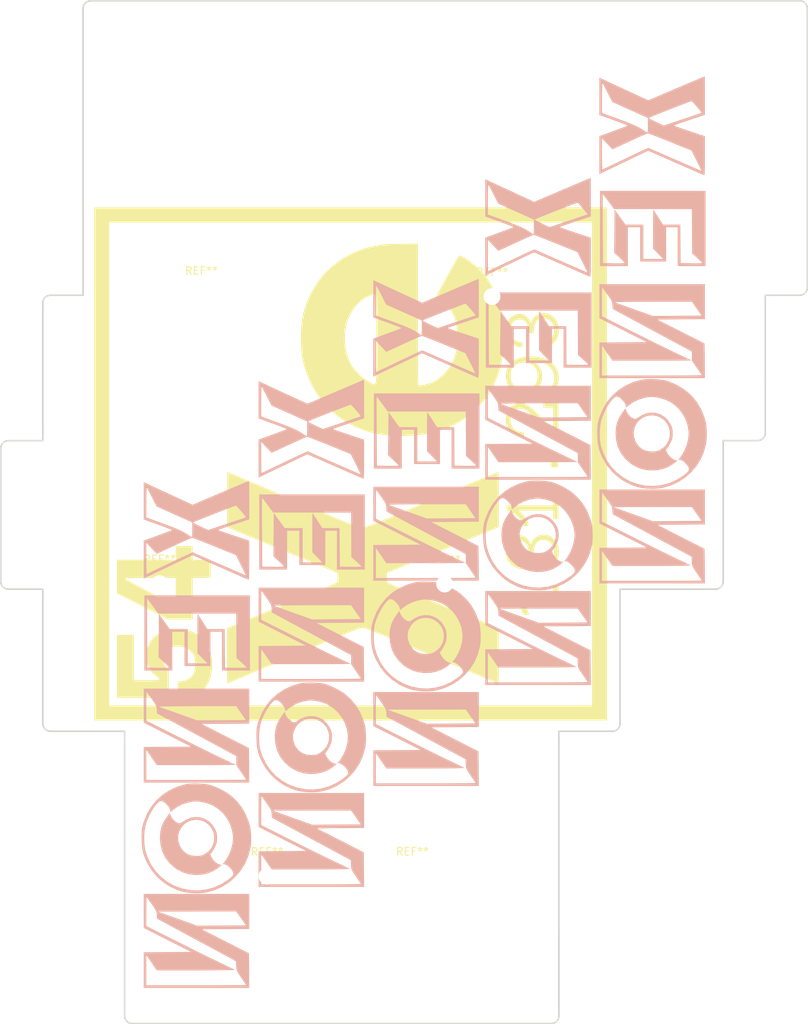
<source format=kicad_pcb>
(kicad_pcb (version 20171130) (host pcbnew 5.1.2)

  (general
    (thickness 1.6)
    (drawings 49)
    (tracks 0)
    (zones 0)
    (modules 12)
    (nets 1)
  )

  (page A4)
  (layers
    (0 F.Cu signal)
    (31 B.Cu signal)
    (32 B.Adhes user hide)
    (33 F.Adhes user hide)
    (34 B.Paste user hide)
    (35 F.Paste user hide)
    (36 B.SilkS user)
    (37 F.SilkS user hide)
    (38 B.Mask user hide)
    (39 F.Mask user hide)
    (40 Dwgs.User user hide)
    (41 Cmts.User user hide)
    (42 Eco1.User user hide)
    (43 Eco2.User user hide)
    (44 Edge.Cuts user)
    (45 Margin user hide)
    (46 B.CrtYd user hide)
    (47 F.CrtYd user hide)
    (48 B.Fab user hide)
    (49 F.Fab user hide)
  )

  (setup
    (last_trace_width 0.25)
    (trace_clearance 0.2)
    (zone_clearance 0.508)
    (zone_45_only no)
    (trace_min 0.2)
    (via_size 0.8)
    (via_drill 0.4)
    (via_min_size 0.4)
    (via_min_drill 0.3)
    (uvia_size 0.3)
    (uvia_drill 0.1)
    (uvias_allowed no)
    (uvia_min_size 0.2)
    (uvia_min_drill 0.1)
    (edge_width 0.05)
    (segment_width 0.2)
    (pcb_text_width 0.3)
    (pcb_text_size 1.5 1.5)
    (mod_edge_width 0.12)
    (mod_text_size 1 1)
    (mod_text_width 0.15)
    (pad_size 1.524 1.524)
    (pad_drill 0.762)
    (pad_to_mask_clearance 0.051)
    (solder_mask_min_width 0.25)
    (aux_axis_origin 0 0)
    (visible_elements FFFFFF7F)
    (pcbplotparams
      (layerselection 0x010f0_ffffffff)
      (usegerberextensions false)
      (usegerberattributes false)
      (usegerberadvancedattributes false)
      (creategerberjobfile false)
      (excludeedgelayer true)
      (linewidth 0.100000)
      (plotframeref false)
      (viasonmask false)
      (mode 1)
      (useauxorigin false)
      (hpglpennumber 1)
      (hpglpenspeed 20)
      (hpglpendiameter 15.000000)
      (psnegative false)
      (psa4output false)
      (plotreference true)
      (plotvalue true)
      (plotinvisibletext false)
      (padsonsilk false)
      (subtractmaskfromsilk false)
      (outputformat 1)
      (mirror false)
      (drillshape 0)
      (scaleselection 1)
      (outputdirectory "gerber/"))
  )

  (net 0 "")

  (net_class Default "これはデフォルトのネット クラスです。"
    (clearance 0.2)
    (trace_width 0.25)
    (via_dia 0.8)
    (via_drill 0.4)
    (uvia_dia 0.3)
    (uvia_drill 0.1)
  )

  (module Mounting_Holes:MountingHole_2.2mm_M2 (layer F.Cu) (tedit 56D1B4CB) (tstamp 5D4F831B)
    (at 200.55 136.1)
    (descr "Mounting Hole 2.2mm, no annular, M2")
    (tags "mounting hole 2.2mm no annular m2")
    (attr virtual)
    (fp_text reference REF** (at 0 -3.2) (layer F.SilkS)
      (effects (font (size 1 1) (thickness 0.15)))
    )
    (fp_text value MountingHole_2.2mm_M2 (at 0 3.2) (layer F.Fab)
      (effects (font (size 1 1) (thickness 0.15)))
    )
    (fp_circle (center 0 0) (end 2.45 0) (layer F.CrtYd) (width 0.05))
    (fp_circle (center 0 0) (end 2.2 0) (layer Cmts.User) (width 0.15))
    (fp_text user %R (at 0.3 0) (layer F.Fab)
      (effects (font (size 1 1) (thickness 0.15)))
    )
    (pad 1 np_thru_hole circle (at 0 0) (size 2.2 2.2) (drill 2.2) (layers *.Cu *.Mask))
  )

  (module Mounting_Holes:MountingHole_2.2mm_M2 (layer F.Cu) (tedit 56D1B4CB) (tstamp 5D4F828C)
    (at 181.55 136.125)
    (descr "Mounting Hole 2.2mm, no annular, M2")
    (tags "mounting hole 2.2mm no annular m2")
    (attr virtual)
    (fp_text reference REF** (at 0 -3.2) (layer F.SilkS)
      (effects (font (size 1 1) (thickness 0.15)))
    )
    (fp_text value MountingHole_2.2mm_M2 (at 0 3.2) (layer F.Fab)
      (effects (font (size 1 1) (thickness 0.15)))
    )
    (fp_circle (center 0 0) (end 2.45 0) (layer F.CrtYd) (width 0.05))
    (fp_circle (center 0 0) (end 2.2 0) (layer Cmts.User) (width 0.15))
    (fp_text user %R (at 0.3 0) (layer F.Fab)
      (effects (font (size 1 1) (thickness 0.15)))
    )
    (pad 1 np_thru_hole circle (at 0 0) (size 2.2 2.2) (drill 2.2) (layers *.Cu *.Mask))
  )

  (module Mounting_Holes:MountingHole_2.2mm_M2 (layer F.Cu) (tedit 56D1B4CB) (tstamp 5D4F81FD)
    (at 167.5 97.875)
    (descr "Mounting Hole 2.2mm, no annular, M2")
    (tags "mounting hole 2.2mm no annular m2")
    (attr virtual)
    (fp_text reference REF** (at 0 -3.2) (layer F.SilkS)
      (effects (font (size 1 1) (thickness 0.15)))
    )
    (fp_text value MountingHole_2.2mm_M2 (at 0 3.2) (layer F.Fab)
      (effects (font (size 1 1) (thickness 0.15)))
    )
    (fp_circle (center 0 0) (end 2.45 0) (layer F.CrtYd) (width 0.05))
    (fp_circle (center 0 0) (end 2.2 0) (layer Cmts.User) (width 0.15))
    (fp_text user %R (at 0.3 0) (layer F.Fab)
      (effects (font (size 1 1) (thickness 0.15)))
    )
    (pad 1 np_thru_hole circle (at 0 0) (size 2.2 2.2) (drill 2.2) (layers *.Cu *.Mask))
  )

  (module Mounting_Holes:MountingHole_2.2mm_M2 (layer F.Cu) (tedit 56D1B4CB) (tstamp 5D4F816E)
    (at 204.775 97.925)
    (descr "Mounting Hole 2.2mm, no annular, M2")
    (tags "mounting hole 2.2mm no annular m2")
    (attr virtual)
    (fp_text reference REF** (at 0 -3.2) (layer F.SilkS)
      (effects (font (size 1 1) (thickness 0.15)))
    )
    (fp_text value MountingHole_2.2mm_M2 (at 0 3.2) (layer F.Fab)
      (effects (font (size 1 1) (thickness 0.15)))
    )
    (fp_circle (center 0 0) (end 2.45 0) (layer F.CrtYd) (width 0.05))
    (fp_circle (center 0 0) (end 2.2 0) (layer Cmts.User) (width 0.15))
    (fp_text user %R (at 0.3 0) (layer F.Fab)
      (effects (font (size 1 1) (thickness 0.15)))
    )
    (pad 1 np_thru_hole circle (at 0 0) (size 2.2 2.2) (drill 2.2) (layers *.Cu *.Mask))
  )

  (module Mounting_Holes:MountingHole_2.2mm_M2 (layer F.Cu) (tedit 56D1B4CB) (tstamp 5D4F80FD)
    (at 210.975 60.35)
    (descr "Mounting Hole 2.2mm, no annular, M2")
    (tags "mounting hole 2.2mm no annular m2")
    (attr virtual)
    (fp_text reference REF** (at 0 -3.2) (layer F.SilkS)
      (effects (font (size 1 1) (thickness 0.15)))
    )
    (fp_text value MountingHole_2.2mm_M2 (at 0 3.2) (layer F.Fab)
      (effects (font (size 1 1) (thickness 0.15)))
    )
    (fp_circle (center 0 0) (end 2.45 0) (layer F.CrtYd) (width 0.05))
    (fp_circle (center 0 0) (end 2.2 0) (layer Cmts.User) (width 0.15))
    (fp_text user %R (at 0.3 0) (layer F.Fab)
      (effects (font (size 1 1) (thickness 0.15)))
    )
    (pad 1 np_thru_hole circle (at 0 0) (size 2.2 2.2) (drill 2.2) (layers *.Cu *.Mask))
  )

  (module Mounting_Holes:MountingHole_2.2mm_M2 (layer F.Cu) (tedit 56D1B4CB) (tstamp 5D4F808C)
    (at 172.95 60.175)
    (descr "Mounting Hole 2.2mm, no annular, M2")
    (tags "mounting hole 2.2mm no annular m2")
    (attr virtual)
    (fp_text reference REF** (at 0 -3.2) (layer F.SilkS)
      (effects (font (size 1 1) (thickness 0.15)))
    )
    (fp_text value MountingHole_2.2mm_M2 (at 0 3.2) (layer F.Fab)
      (effects (font (size 1 1) (thickness 0.15)))
    )
    (fp_circle (center 0 0) (end 2.45 0) (layer F.CrtYd) (width 0.05))
    (fp_circle (center 0 0) (end 2.2 0) (layer Cmts.User) (width 0.15))
    (fp_text user %R (at 0.3 0) (layer F.Fab)
      (effects (font (size 1 1) (thickness 0.15)))
    )
    (pad 1 np_thru_hole circle (at 0 0) (size 2.2 2.2) (drill 2.2) (layers *.Cu *.Mask))
  )

  (module logo:xenone_logo_back_race (layer B.Cu) (tedit 0) (tstamp 5D469001)
    (at 231.875 64.825)
    (fp_text reference G*** (at 0 0) (layer B.SilkS) hide
      (effects (font (size 1.524 1.524) (thickness 0.3)) (justify mirror))
    )
    (fp_text value LOGO (at 0.75 0) (layer B.SilkS) hide
      (effects (font (size 1.524 1.524) (thickness 0.3)) (justify mirror))
    )
    (fp_poly (pts (xy 6.854792 -20.354598) (xy 6.88274 -20.412037) (xy 6.904218 -20.537899) (xy 6.920029 -20.748645)
      (xy 6.930975 -21.060737) (xy 6.93786 -21.490639) (xy 6.941485 -22.054813) (xy 6.942653 -22.76972)
      (xy 6.942667 -22.87409) (xy 6.942667 -25.446296) (xy 4.910667 -26.119667) (xy 4.357814 -26.304625)
      (xy 3.862182 -26.4738) (xy 3.445218 -26.619597) (xy 3.128367 -26.73442) (xy 2.933077 -26.810672)
      (xy 2.878667 -26.839333) (xy 2.955582 -26.877418) (xy 3.172029 -26.960437) (xy 3.506561 -27.080795)
      (xy 3.937732 -27.230897) (xy 4.444094 -27.403146) (xy 4.910667 -27.559) (xy 6.942667 -28.23237)
      (xy 6.942667 -30.753185) (xy 6.941985 -31.386815) (xy 6.940056 -31.961906) (xy 6.937054 -32.457711)
      (xy 6.933154 -32.853486) (xy 6.92853 -33.128485) (xy 6.923356 -33.261962) (xy 6.9215 -33.27142)
      (xy 6.841755 -33.238841) (xy 6.621463 -33.146482) (xy 6.275913 -33.000811) (xy 5.820396 -32.808296)
      (xy 5.270201 -32.575403) (xy 4.640617 -32.308599) (xy 3.946935 -32.014353) (xy 3.217333 -31.704606)
      (xy -0.465667 -30.140373) (xy -2.201333 -30.939242) (xy -2.826393 -31.227242) (xy -3.514178 -31.544657)
      (xy -4.210209 -31.866311) (xy -4.86001 -32.167029) (xy -5.3975 -32.416249) (xy -6.858 -33.094386)
      (xy -6.858 -28.486174) (xy -6.519333 -28.486174) (xy -6.518037 -30.47792) (xy -6.514862 -31.16401)
      (xy -6.506123 -31.687627) (xy -6.4915 -32.055554) (xy -6.470671 -32.274571) (xy -6.443313 -32.351458)
      (xy -6.429569 -32.342667) (xy -6.362051 -32.225134) (xy -6.234291 -31.986221) (xy -6.061998 -31.655891)
      (xy -5.860881 -31.264107) (xy -5.760352 -31.066243) (xy -5.178308 -29.91682) (xy -2.843154 -28.868261)
      (xy -0.50935 -27.820309) (xy -0.39714 -27.820309) (xy -0.396625 -27.825597) (xy -0.303434 -27.872637)
      (xy -0.075385 -27.971114) (xy 0.26557 -28.112401) (xy 0.69748 -28.28787) (xy 1.198394 -28.488894)
      (xy 1.74636 -28.706845) (xy 2.319428 -28.933096) (xy 2.895644 -29.159018) (xy 3.45306 -29.375985)
      (xy 3.969722 -29.575368) (xy 4.42368 -29.748541) (xy 4.792982 -29.886875) (xy 5.055677 -29.981743)
      (xy 5.189814 -30.024518) (xy 5.201677 -30.02591) (xy 5.285429 -29.956141) (xy 5.452876 -29.783423)
      (xy 5.678914 -29.534566) (xy 5.912633 -29.266564) (xy 6.158912 -28.973545) (xy 6.354222 -28.730452)
      (xy 6.477943 -28.563708) (xy 6.510623 -28.500264) (xy 6.424895 -28.467324) (xy 6.198205 -28.387945)
      (xy 5.85036 -28.268852) (xy 5.401171 -28.116769) (xy 4.870444 -27.938421) (xy 4.27799 -27.740534)
      (xy 4.016547 -27.653554) (xy 1.556093 -26.835936) (xy 0.556431 -27.307464) (xy 0.189388 -27.485501)
      (xy -0.1098 -27.640059) (xy -0.314265 -27.75653) (xy -0.39714 -27.820309) (xy -0.50935 -27.820309)
      (xy -0.508 -27.819703) (xy -0.508 -26.863852) (xy -0.51126 -26.484308) (xy -0.520111 -26.176127)
      (xy -0.533164 -25.973041) (xy -0.54742 -25.908) (xy -0.630621 -25.951252) (xy -0.822887 -26.067727)
      (xy -1.09187 -26.237504) (xy -1.288253 -26.364227) (xy -1.544406 -26.521452) (xy -1.828675 -26.674864)
      (xy -2.164193 -26.834514) (xy -2.574092 -27.010455) (xy -3.081503 -27.212741) (xy -3.709558 -27.451424)
      (xy -4.2545 -27.653315) (xy -6.519333 -28.486174) (xy -6.858 -28.486174) (xy -6.858 -28.218963)
      (xy -5.003378 -27.550381) (xy -4.48048 -27.359514) (xy -4.017148 -27.185851) (xy -3.635092 -27.037904)
      (xy -3.356018 -26.924185) (xy -3.201635 -26.853209) (xy -3.177967 -26.834533) (xy -3.26247 -26.793145)
      (xy -3.483466 -26.702917) (xy -3.818216 -26.572626) (xy -4.243983 -26.41105) (xy -4.738029 -26.226966)
      (xy -5.032589 -26.118586) (xy -6.858 -25.449903) (xy -6.858 -23.126445) (xy -6.519333 -23.126445)
      (xy -6.519333 -25.17089) (xy -5.841259 -24.446148) (xy -5.163184 -23.721405) (xy -2.899092 -24.766151)
      (xy -2.319823 -25.031631) (xy -1.786711 -25.272488) (xy -1.320101 -25.479804) (xy -0.940338 -25.644662)
      (xy -0.66777 -25.758144) (xy -0.52274 -25.811332) (xy -0.508 -25.814201) (xy -0.402391 -25.784077)
      (xy -0.158766 -25.696937) (xy 0.204216 -25.559997) (xy 0.667894 -25.380475) (xy 1.213608 -25.165588)
      (xy 1.822696 -24.922553) (xy 2.408002 -24.686384) (xy 5.197004 -23.555263) (xy 5.858688 -22.233965)
      (xy 6.070722 -21.80624) (xy 6.250014 -21.436233) (xy 6.385194 -21.148107) (xy 6.464893 -20.966023)
      (xy 6.480384 -20.912667) (xy 6.398446 -20.945243) (xy 6.180553 -21.037411) (xy 5.845861 -21.180834)
      (xy 5.413527 -21.367172) (xy 4.902705 -21.588086) (xy 4.332551 -21.835238) (xy 3.722221 -22.100288)
      (xy 3.090871 -22.374898) (xy 2.457655 -22.650729) (xy 1.84173 -22.919442) (xy 1.262251 -23.172699)
      (xy 0.738374 -23.402159) (xy 0.289254 -23.599485) (xy -0.065952 -23.756338) (xy -0.308091 -23.864379)
      (xy -0.418005 -23.915268) (xy -0.421528 -23.917217) (xy -0.507024 -23.889057) (xy -0.72824 -23.794772)
      (xy -1.068495 -23.642049) (xy -1.511109 -23.438575) (xy -2.0394 -23.192034) (xy -2.636689 -22.910112)
      (xy -3.286294 -22.600497) (xy -3.46249 -22.516031) (xy -4.122497 -22.199663) (xy -4.733702 -21.907476)
      (xy -5.27953 -21.647333) (xy -5.743407 -21.427099) (xy -6.108759 -21.254638) (xy -6.359011 -21.137815)
      (xy -6.477589 -21.084492) (xy -6.484821 -21.082) (xy -6.494412 -21.162821) (xy -6.502979 -21.389908)
      (xy -6.510131 -21.740192) (xy -6.515481 -22.190607) (xy -6.518637 -22.718085) (xy -6.519333 -23.126445)
      (xy -6.858 -23.126445) (xy -6.858 -20.484985) (xy -6.625167 -20.605235) (xy -6.498134 -20.667844)
      (xy -6.236414 -20.794466) (xy -5.858228 -20.976367) (xy -5.381799 -21.20481) (xy -4.825347 -21.471061)
      (xy -4.207095 -21.766383) (xy -3.545265 -22.082042) (xy -3.432803 -22.135634) (xy -0.473272 -23.545783)
      (xy 3.111603 -21.971069) (xy 3.845689 -21.648753) (xy 4.534464 -21.34661) (xy 5.161963 -21.071623)
      (xy 5.712223 -20.830773) (xy 6.169281 -20.631044) (xy 6.517172 -20.479419) (xy 6.739933 -20.382881)
      (xy 6.819572 -20.349119) (xy 6.854792 -20.354598)) (layer B.SilkS) (width 0.01))
    (fp_poly (pts (xy -3.132667 -13.546667) (xy -1.524 -13.546667) (xy -1.524 -9.059333) (xy 1.862667 -9.059333)
      (xy 1.862667 -13.546667) (xy 3.386667 -13.546667) (xy 3.386667 -8.466667) (xy 7.027333 -8.466667)
      (xy 7.027333 -18.288) (xy -6.773333 -18.288) (xy -6.773333 -16.398949) (xy -6.42247 -16.398949)
      (xy -6.421811 -16.949073) (xy -6.420086 -17.383903) (xy -6.417305 -17.687906) (xy -6.413479 -17.845547)
      (xy -6.411281 -17.864667) (xy -6.354966 -17.800408) (xy -6.217109 -17.623804) (xy -6.016237 -17.359106)
      (xy -5.770878 -17.030571) (xy -5.669705 -16.893865) (xy -4.953 -15.923064) (xy 0.148167 -15.920199)
      (xy 5.249333 -15.917333) (xy 5.267847 -10.117667) (xy 5.926667 -9.525) (xy 6.199945 -9.274009)
      (xy 6.419756 -9.062348) (xy 6.559177 -8.916544) (xy 6.594743 -8.866786) (xy 6.517889 -8.846452)
      (xy 6.299203 -8.831445) (xy 5.966126 -8.822589) (xy 5.546099 -8.820711) (xy 5.185833 -8.824453)
      (xy 3.767667 -8.847667) (xy 3.722813 -13.885333) (xy 1.471227 -13.885333) (xy 0.846667 -14.859)
      (xy 0.617524 -15.213388) (xy 0.422208 -15.510099) (xy 0.278048 -15.723211) (xy 0.202371 -15.826809)
      (xy 0.19572 -15.832667) (xy 0.189122 -15.751443) (xy 0.183127 -15.521542) (xy 0.177949 -15.163619)
      (xy 0.173802 -14.69833) (xy 0.1709 -14.146332) (xy 0.169455 -13.528278) (xy 0.169333 -13.282944)
      (xy 0.169333 -10.733221) (xy 0.819016 -10.06561) (xy 1.468698 -9.398) (xy -1.100667 -9.398)
      (xy -1.100667 -13.885333) (xy -3.442957 -13.885333) (xy -4.868333 -15.841915) (xy -4.919077 -10.202333)
      (xy -4.237502 -9.567333) (xy -3.962295 -9.305316) (xy -3.740326 -9.083294) (xy -3.597 -8.927381)
      (xy -3.555963 -8.866786) (xy -3.635999 -8.846439) (xy -3.857625 -8.831427) (xy -4.193159 -8.822577)
      (xy -4.614919 -8.820716) (xy -4.974167 -8.824453) (xy -6.392333 -8.847667) (xy -6.414242 -13.356167)
      (xy -6.417949 -14.212138) (xy -6.420549 -15.014948) (xy -6.422052 -15.749062) (xy -6.42247 -16.398949)
      (xy -6.773333 -16.398949) (xy -6.773333 -8.466667) (xy -3.132667 -8.466667) (xy -3.132667 -13.546667)) (layer B.SilkS) (width 0.01))
    (fp_poly (pts (xy 6.922883 3.91971) (xy 6.900333 1.658754) (xy 3.81 0.088544) (xy 0.719667 -1.481667)
      (xy 3.831167 -1.503876) (xy 6.942667 -1.526086) (xy 6.942667 -6.096) (xy -6.858 -6.096)
      (xy -6.85595 -3.8735) (xy -6.853901 -1.651) (xy -3.761569 -0.084667) (xy -0.669237 1.481667)
      (xy -3.763618 1.503877) (xy -6.858 1.526086) (xy -6.858 3.876629) (xy -6.519334 3.876629)
      (xy -6.519334 1.911259) (xy -5.153764 3.894667) (xy 0.019562 3.894667) (xy 0.936942 3.894113)
      (xy 1.801227 3.892517) (xy 2.598046 3.889976) (xy 3.313032 3.886587) (xy 3.931814 3.882449)
      (xy 4.440022 3.877658) (xy 4.823287 3.872313) (xy 5.06724 3.86651) (xy 5.15751 3.860348)
      (xy 5.157611 3.859784) (xy 5.074026 3.815319) (xy 4.859175 3.70989) (xy 4.535244 3.554131)
      (xy 4.124421 3.358676) (xy 3.648892 3.134159) (xy 3.386667 3.010982) (xy 2.962634 2.80946)
      (xy 2.41023 2.542737) (xy 1.752202 2.22201) (xy 1.011299 1.858475) (xy 0.21027 1.46333)
      (xy -0.628139 1.047772) (xy -1.481178 0.622996) (xy -2.326099 0.2002) (xy -2.434025 0.146031)
      (xy -6.51905 -1.905) (xy -6.519192 -3.788833) (xy -6.517956 -4.333157) (xy -6.514417 -4.815821)
      (xy -6.508952 -5.212795) (xy -6.50194 -5.500048) (xy -6.493759 -5.65355) (xy -6.489522 -5.672667)
      (xy -6.432757 -5.607363) (xy -6.298309 -5.428554) (xy -6.104984 -5.161887) (xy -5.871582 -4.833015)
      (xy -5.816822 -4.755004) (xy -5.552336 -4.372756) (xy -5.371037 -4.092317) (xy -5.256301 -3.878705)
      (xy -5.204033 -3.732095) (xy -4.868333 -3.732095) (xy -4.816743 -3.744106) (xy -4.609737 -3.7556)
      (xy -4.261235 -3.766375) (xy -3.785154 -3.776227) (xy -3.195413 -3.784954) (xy -2.505929 -3.792353)
      (xy -1.730621 -3.798219) (xy -0.883407 -3.80235) (xy 0.021795 -3.804543) (xy 0.10034 -3.804633)
      (xy 5.238346 -3.81) (xy 5.869977 -2.899833) (xy 6.501609 -1.989667) (xy 0.140575 -1.945269)
      (xy -2.279213 -2.805097) (xy -2.892257 -3.023156) (xy -3.45937 -3.225306) (xy -3.959299 -3.403937)
      (xy -4.370792 -3.551441) (xy -4.6726 -3.66021) (xy -4.843469 -3.722633) (xy -4.868333 -3.732095)
      (xy -5.204033 -3.732095) (xy -5.191499 -3.69694) (xy -5.160007 -3.512043) (xy -5.148133 -3.348136)
      (xy -5.122333 -2.858931) (xy 5.249333 2.725557) (xy 5.249333 3.912262) (xy 5.884333 4.836945)
      (xy 6.119205 5.181829) (xy 6.31483 5.474543) (xy 6.453406 5.688034) (xy 6.517127 5.795248)
      (xy 6.519333 5.801814) (xy 6.43682 5.808188) (xy 6.19789 5.814251) (xy 5.815464 5.819923)
      (xy 5.302457 5.825123) (xy 4.671787 5.829773) (xy 3.936373 5.833793) (xy 3.109132 5.837104)
      (xy 2.202982 5.839625) (xy 1.23084 5.841277) (xy 0.205624 5.84198) (xy 0 5.842)
      (xy -6.519333 5.842) (xy -6.519334 3.876629) (xy -6.858 3.876629) (xy -6.858 6.180667)
      (xy 6.945432 6.180667) (xy 6.922883 3.91971)) (layer B.SilkS) (width 0.01))
    (fp_poly (pts (xy 0.969381 20.597531) (xy 1.359616 20.536331) (xy 2.420536 20.239567) (xy 3.406609 19.799047)
      (xy 4.306007 19.226814) (xy 5.106904 18.53491) (xy 5.797471 17.73538) (xy 6.36588 16.840267)
      (xy 6.800303 15.861613) (xy 7.088913 14.811462) (xy 7.113875 14.677311) (xy 7.166943 14.217403)
      (xy 7.188582 13.645343) (xy 7.178903 13.068645) (xy 7.151688 12.579283) (xy 7.108847 12.192795)
      (xy 7.038359 11.842758) (xy 6.928204 11.462751) (xy 6.840905 11.200993) (xy 6.432154 10.212081)
      (xy 5.91783 9.340397) (xy 5.278443 8.557349) (xy 4.613009 7.932447) (xy 4.12489 7.57395)
      (xy 3.529072 7.216651) (xy 2.884666 6.890886) (xy 2.250781 6.62699) (xy 1.778 6.477449)
      (xy 1.328742 6.392645) (xy 0.77593 6.33414) (xy 0.174192 6.30348) (xy -0.421845 6.302212)
      (xy -0.957554 6.33188) (xy -1.354667 6.38879) (xy -2.45665 6.706819) (xy -3.465278 7.163551)
      (xy -4.373199 7.752239) (xy -5.173061 8.46614) (xy -5.857511 9.298506) (xy -6.419195 10.242592)
      (xy -6.850763 11.291653) (xy -6.913307 11.488635) (xy -7.007777 11.818914) (xy -7.071958 12.108371)
      (xy -7.111467 12.405003) (xy -7.131919 12.756808) (xy -7.13893 13.211782) (xy -7.13924 13.419667)
      (xy -7.127859 13.818409) (xy -6.79814 13.818409) (xy -6.795464 13.13405) (xy -6.746725 12.471061)
      (xy -6.652718 11.890651) (xy -6.619985 11.757182) (xy -6.426293 11.173729) (xy -6.15533 10.541878)
      (xy -5.842812 9.938626) (xy -5.584551 9.525) (xy -5.301472 9.147298) (xy -5.037569 8.850896)
      (xy -4.812888 8.655118) (xy -4.64748 8.579289) (xy -4.608482 8.584197) (xy -4.447022 8.630127)
      (xy -4.395986 8.636) (xy -4.275265 8.694848) (xy -4.08779 8.845147) (xy -3.874328 9.047532)
      (xy -3.675647 9.262639) (xy -3.532514 9.451102) (xy -3.508186 9.493266) (xy -3.419426 9.722521)
      (xy -3.386667 9.908991) (xy -3.373312 9.995563) (xy -3.315116 9.998959) (xy -3.184887 9.907641)
      (xy -2.990362 9.740883) (xy -2.447083 9.352619) (xy -1.794637 9.029762) (xy -1.086952 8.792185)
      (xy -0.377958 8.65976) (xy 0 8.63894) (xy 0.58071 8.690272) (xy 1.225229 8.833019)
      (xy 1.867186 9.050309) (xy 2.201333 9.198514) (xy 2.885939 9.62432) (xy 3.492715 10.181276)
      (xy 4.005279 10.842741) (xy 4.407247 11.582073) (xy 4.682239 12.372631) (xy 4.813871 13.187775)
      (xy 4.82306 13.462) (xy 4.756283 14.16032) (xy 4.568967 14.897892) (xy 4.28063 15.6188)
      (xy 3.910793 16.267126) (xy 3.78121 16.4465) (xy 3.472452 16.848667) (xy 3.685451 16.848667)
      (xy 3.882312 16.912394) (xy 4.132599 17.078559) (xy 4.394425 17.30964) (xy 4.625903 17.568111)
      (xy 4.785149 17.81645) (xy 4.798109 17.845434) (xy 4.85919 18.041383) (xy 4.847763 18.212127)
      (xy 4.746657 18.386011) (xy 4.538698 18.591377) (xy 4.206714 18.85657) (xy 4.167379 18.886451)
      (xy 3.28379 19.454866) (xy 2.33018 19.882019) (xy 1.329976 20.161543) (xy 0.306604 20.287067)
      (xy -0.71651 20.252224) (xy -0.812591 20.240374) (xy -1.876401 20.019079) (xy -2.869253 19.649768)
      (xy -3.779529 19.142835) (xy -4.59561 18.508677) (xy -5.305878 17.757689) (xy -5.898716 16.900265)
      (xy -6.362505 15.946802) (xy -6.662131 15.006401) (xy -6.753961 14.462929) (xy -6.79814 13.818409)
      (xy -7.127859 13.818409) (xy -7.117199 14.191829) (xy -7.044451 14.852401) (xy -6.909381 15.454553)
      (xy -6.700373 16.051455) (xy -6.437336 16.63243) (xy -5.884992 17.571018) (xy -5.203183 18.410976)
      (xy -4.407719 19.139025) (xy -3.514409 19.741887) (xy -2.539063 20.206284) (xy -1.94406 20.406365)
      (xy -1.285543 20.546835) (xy -0.535359 20.627294) (xy 0.238835 20.64508) (xy 0.969381 20.597531)) (layer B.SilkS) (width 0.01))
    (fp_poly (pts (xy 6.922883 30.758134) (xy 6.900333 28.496268) (xy 3.814781 26.926967) (xy 0.729228 25.357667)
      (xy 3.835947 25.335457) (xy 6.942667 25.313247) (xy 6.942667 20.743333) (xy -6.858 20.743333)
      (xy -6.856183 22.965833) (xy -6.854365 25.188333) (xy -3.75358 26.754667) (xy -0.652795 28.321)
      (xy -3.755397 28.34321) (xy -6.858 28.36542) (xy -6.858 32.681333) (xy -6.519333 32.681333)
      (xy -6.519333 28.76126) (xy -6.28119 29.091464) (xy -6.123008 29.315658) (xy -5.909083 29.625232)
      (xy -5.677657 29.964708) (xy -5.601277 30.077833) (xy -5.159507 30.734) (xy -0.02282 30.734)
      (xy 1.044977 30.732743) (xy 2.00436 30.729055) (xy 2.847136 30.723063) (xy 3.565111 30.714894)
      (xy 4.150094 30.704675) (xy 4.593891 30.692534) (xy 4.88831 30.678596) (xy 5.025157 30.662988)
      (xy 5.033433 30.655713) (xy 4.936306 30.59846) (xy 4.708554 30.481251) (xy 4.373165 30.315381)
      (xy 3.953128 30.112149) (xy 3.471429 29.88285) (xy 3.217333 29.76322) (xy 2.789234 29.559747)
      (xy 2.233218 29.291322) (xy 1.572499 28.969364) (xy 0.830293 28.605293) (xy 0.029815 28.21053)
      (xy -0.805721 27.796495) (xy -1.6531 27.374609) (xy -2.489106 26.956292) (xy -2.518237 26.941674)
      (xy -6.518141 24.934333) (xy -6.518737 23.0505) (xy -6.517583 22.506177) (xy -6.514022 22.023513)
      (xy -6.50844 21.626539) (xy -6.501224 21.339286) (xy -6.492763 21.185784) (xy -6.488367 21.166667)
      (xy -6.431085 21.231923) (xy -6.296101 21.410572) (xy -6.102318 21.676931) (xy -5.86864 22.00532)
      (xy -5.815783 22.08045) (xy -5.551461 22.461613) (xy -5.370408 22.741169) (xy -5.255941 22.954196)
      (xy -5.226117 23.038073) (xy -5.037667 23.038073) (xy 0.10034 23.033703) (xy 5.238346 23.029333)
      (xy 6.501608 24.849667) (xy 3.314304 24.868936) (xy 0.127 24.888206) (xy -2.455333 23.963139)
      (xy -5.037667 23.038073) (xy -5.226117 23.038073) (xy -5.191376 23.135775) (xy -5.160029 23.320983)
      (xy -5.148249 23.483967) (xy -5.122333 23.973702) (xy 0.042333 26.754769) (xy 5.207 29.535836)
      (xy 5.232171 30.149547) (xy 5.245231 30.402802) (xy 5.270963 30.600605) (xy 5.325295 30.78016)
      (xy 5.424155 30.978667) (xy 5.583471 31.233327) (xy 5.819171 31.581343) (xy 5.888338 31.68211)
      (xy 6.12242 32.025862) (xy 6.317197 32.317386) (xy 6.454808 32.529536) (xy 6.517391 32.635164)
      (xy 6.519333 32.641148) (xy 6.43682 32.647522) (xy 6.19789 32.653584) (xy 5.815464 32.659256)
      (xy 5.302457 32.664456) (xy 4.671787 32.669107) (xy 3.936373 32.673127) (xy 3.109132 32.676437)
      (xy 2.202982 32.678958) (xy 1.23084 32.68061) (xy 0.205624 32.681314) (xy 0 32.681333)
      (xy -6.519333 32.681333) (xy -6.858 32.681333) (xy -6.858 33.02) (xy 6.945432 33.02)
      (xy 6.922883 30.758134)) (layer B.SilkS) (width 0.01))
    (fp_poly (pts (xy 0.628317 18.229766) (xy 1.42542 18.074033) (xy 2.171917 17.790305) (xy 2.83969 17.380112)
      (xy 3.009956 17.241745) (xy 3.341208 16.9554) (xy 3.082776 16.898638) (xy 2.74853 16.753653)
      (xy 2.417257 16.487462) (xy 2.136061 16.142342) (xy 2.028518 15.952474) (xy 1.840498 15.564076)
      (xy 2.023685 15.338538) (xy 2.156487 15.144281) (xy 2.321619 14.860758) (xy 2.467511 14.580784)
      (xy 2.613125 14.253213) (xy 2.692616 13.970282) (xy 2.724365 13.64957) (xy 2.728148 13.412117)
      (xy 2.716094 13.033782) (xy 2.667445 12.74113) (xy 2.563469 12.451458) (xy 2.461185 12.233387)
      (xy 2.09387 11.662161) (xy 1.629158 11.215945) (xy 1.089685 10.900311) (xy 0.49809 10.720831)
      (xy -0.122992 10.683077) (xy -0.750922 10.79262) (xy -1.363065 11.055032) (xy -1.630029 11.226395)
      (xy -1.870546 11.383455) (xy -2.07168 11.488157) (xy -2.163401 11.514667) (xy -2.438008 11.442854)
      (xy -2.737321 11.252149) (xy -3.020169 10.979653) (xy -3.24538 10.662469) (xy -3.339762 10.454588)
      (xy -3.448799 10.13742) (xy -3.789202 10.59321) (xy -4.227481 11.262301) (xy -4.521911 11.919943)
      (xy -4.688015 12.611917) (xy -4.730546 13.228049) (xy -2.373015 13.228049) (xy -2.241849 12.638761)
      (xy -1.941817 12.061446) (xy -1.933707 12.049458) (xy -1.532229 11.600814) (xy -1.040079 11.278288)
      (xy -0.487043 11.088985) (xy 0.097091 11.040013) (xy 0.682537 11.138478) (xy 1.118943 11.321119)
      (xy 1.620305 11.680168) (xy 1.994306 12.125462) (xy 2.241234 12.631985) (xy 2.361378 13.174721)
      (xy 2.355028 13.728654) (xy 2.222472 14.268767) (xy 1.964 14.770046) (xy 1.5799 15.207474)
      (xy 1.070463 15.556034) (xy 1.070005 15.556271) (xy 0.787723 15.683459) (xy 0.516291 15.75258)
      (xy 0.182123 15.779107) (xy 0 15.781272) (xy -0.642754 15.709884) (xy -1.194788 15.49553)
      (xy -1.65569 15.138469) (xy -2.025049 14.638961) (xy -2.128484 14.439308) (xy -2.335248 13.828501)
      (xy -2.373015 13.228049) (xy -4.730546 13.228049) (xy -4.741312 13.384005) (xy -4.741333 13.401646)
      (xy -4.663524 14.332465) (xy -4.432593 15.193875) (xy -4.052284 15.978948) (xy -3.526342 16.680753)
      (xy -2.858511 17.292363) (xy -2.503774 17.542104) (xy -1.785437 17.913672) (xy -1.00523 18.151117)
      (xy -0.191273 18.255971) (xy 0.628317 18.229766)) (layer B.SilkS) (width 0.01))
  )

  (module logo:xenone_logo_back_race (layer B.Cu) (tedit 0) (tstamp 5D469037)
    (at 216.95 78.1)
    (fp_text reference G*** (at 0 0) (layer B.SilkS) hide
      (effects (font (size 1.524 1.524) (thickness 0.3)) (justify mirror))
    )
    (fp_text value LOGO (at 0.75 0) (layer B.SilkS) hide
      (effects (font (size 1.524 1.524) (thickness 0.3)) (justify mirror))
    )
    (fp_poly (pts (xy 0.628317 18.229766) (xy 1.42542 18.074033) (xy 2.171917 17.790305) (xy 2.83969 17.380112)
      (xy 3.009956 17.241745) (xy 3.341208 16.9554) (xy 3.082776 16.898638) (xy 2.74853 16.753653)
      (xy 2.417257 16.487462) (xy 2.136061 16.142342) (xy 2.028518 15.952474) (xy 1.840498 15.564076)
      (xy 2.023685 15.338538) (xy 2.156487 15.144281) (xy 2.321619 14.860758) (xy 2.467511 14.580784)
      (xy 2.613125 14.253213) (xy 2.692616 13.970282) (xy 2.724365 13.64957) (xy 2.728148 13.412117)
      (xy 2.716094 13.033782) (xy 2.667445 12.74113) (xy 2.563469 12.451458) (xy 2.461185 12.233387)
      (xy 2.09387 11.662161) (xy 1.629158 11.215945) (xy 1.089685 10.900311) (xy 0.49809 10.720831)
      (xy -0.122992 10.683077) (xy -0.750922 10.79262) (xy -1.363065 11.055032) (xy -1.630029 11.226395)
      (xy -1.870546 11.383455) (xy -2.07168 11.488157) (xy -2.163401 11.514667) (xy -2.438008 11.442854)
      (xy -2.737321 11.252149) (xy -3.020169 10.979653) (xy -3.24538 10.662469) (xy -3.339762 10.454588)
      (xy -3.448799 10.13742) (xy -3.789202 10.59321) (xy -4.227481 11.262301) (xy -4.521911 11.919943)
      (xy -4.688015 12.611917) (xy -4.730546 13.228049) (xy -2.373015 13.228049) (xy -2.241849 12.638761)
      (xy -1.941817 12.061446) (xy -1.933707 12.049458) (xy -1.532229 11.600814) (xy -1.040079 11.278288)
      (xy -0.487043 11.088985) (xy 0.097091 11.040013) (xy 0.682537 11.138478) (xy 1.118943 11.321119)
      (xy 1.620305 11.680168) (xy 1.994306 12.125462) (xy 2.241234 12.631985) (xy 2.361378 13.174721)
      (xy 2.355028 13.728654) (xy 2.222472 14.268767) (xy 1.964 14.770046) (xy 1.5799 15.207474)
      (xy 1.070463 15.556034) (xy 1.070005 15.556271) (xy 0.787723 15.683459) (xy 0.516291 15.75258)
      (xy 0.182123 15.779107) (xy 0 15.781272) (xy -0.642754 15.709884) (xy -1.194788 15.49553)
      (xy -1.65569 15.138469) (xy -2.025049 14.638961) (xy -2.128484 14.439308) (xy -2.335248 13.828501)
      (xy -2.373015 13.228049) (xy -4.730546 13.228049) (xy -4.741312 13.384005) (xy -4.741333 13.401646)
      (xy -4.663524 14.332465) (xy -4.432593 15.193875) (xy -4.052284 15.978948) (xy -3.526342 16.680753)
      (xy -2.858511 17.292363) (xy -2.503774 17.542104) (xy -1.785437 17.913672) (xy -1.00523 18.151117)
      (xy -0.191273 18.255971) (xy 0.628317 18.229766)) (layer B.SilkS) (width 0.01))
    (fp_poly (pts (xy 6.922883 30.758134) (xy 6.900333 28.496268) (xy 3.814781 26.926967) (xy 0.729228 25.357667)
      (xy 3.835947 25.335457) (xy 6.942667 25.313247) (xy 6.942667 20.743333) (xy -6.858 20.743333)
      (xy -6.856183 22.965833) (xy -6.854365 25.188333) (xy -3.75358 26.754667) (xy -0.652795 28.321)
      (xy -3.755397 28.34321) (xy -6.858 28.36542) (xy -6.858 32.681333) (xy -6.519333 32.681333)
      (xy -6.519333 28.76126) (xy -6.28119 29.091464) (xy -6.123008 29.315658) (xy -5.909083 29.625232)
      (xy -5.677657 29.964708) (xy -5.601277 30.077833) (xy -5.159507 30.734) (xy -0.02282 30.734)
      (xy 1.044977 30.732743) (xy 2.00436 30.729055) (xy 2.847136 30.723063) (xy 3.565111 30.714894)
      (xy 4.150094 30.704675) (xy 4.593891 30.692534) (xy 4.88831 30.678596) (xy 5.025157 30.662988)
      (xy 5.033433 30.655713) (xy 4.936306 30.59846) (xy 4.708554 30.481251) (xy 4.373165 30.315381)
      (xy 3.953128 30.112149) (xy 3.471429 29.88285) (xy 3.217333 29.76322) (xy 2.789234 29.559747)
      (xy 2.233218 29.291322) (xy 1.572499 28.969364) (xy 0.830293 28.605293) (xy 0.029815 28.21053)
      (xy -0.805721 27.796495) (xy -1.6531 27.374609) (xy -2.489106 26.956292) (xy -2.518237 26.941674)
      (xy -6.518141 24.934333) (xy -6.518737 23.0505) (xy -6.517583 22.506177) (xy -6.514022 22.023513)
      (xy -6.50844 21.626539) (xy -6.501224 21.339286) (xy -6.492763 21.185784) (xy -6.488367 21.166667)
      (xy -6.431085 21.231923) (xy -6.296101 21.410572) (xy -6.102318 21.676931) (xy -5.86864 22.00532)
      (xy -5.815783 22.08045) (xy -5.551461 22.461613) (xy -5.370408 22.741169) (xy -5.255941 22.954196)
      (xy -5.226117 23.038073) (xy -5.037667 23.038073) (xy 0.10034 23.033703) (xy 5.238346 23.029333)
      (xy 6.501608 24.849667) (xy 3.314304 24.868936) (xy 0.127 24.888206) (xy -2.455333 23.963139)
      (xy -5.037667 23.038073) (xy -5.226117 23.038073) (xy -5.191376 23.135775) (xy -5.160029 23.320983)
      (xy -5.148249 23.483967) (xy -5.122333 23.973702) (xy 0.042333 26.754769) (xy 5.207 29.535836)
      (xy 5.232171 30.149547) (xy 5.245231 30.402802) (xy 5.270963 30.600605) (xy 5.325295 30.78016)
      (xy 5.424155 30.978667) (xy 5.583471 31.233327) (xy 5.819171 31.581343) (xy 5.888338 31.68211)
      (xy 6.12242 32.025862) (xy 6.317197 32.317386) (xy 6.454808 32.529536) (xy 6.517391 32.635164)
      (xy 6.519333 32.641148) (xy 6.43682 32.647522) (xy 6.19789 32.653584) (xy 5.815464 32.659256)
      (xy 5.302457 32.664456) (xy 4.671787 32.669107) (xy 3.936373 32.673127) (xy 3.109132 32.676437)
      (xy 2.202982 32.678958) (xy 1.23084 32.68061) (xy 0.205624 32.681314) (xy 0 32.681333)
      (xy -6.519333 32.681333) (xy -6.858 32.681333) (xy -6.858 33.02) (xy 6.945432 33.02)
      (xy 6.922883 30.758134)) (layer B.SilkS) (width 0.01))
    (fp_poly (pts (xy 0.969381 20.597531) (xy 1.359616 20.536331) (xy 2.420536 20.239567) (xy 3.406609 19.799047)
      (xy 4.306007 19.226814) (xy 5.106904 18.53491) (xy 5.797471 17.73538) (xy 6.36588 16.840267)
      (xy 6.800303 15.861613) (xy 7.088913 14.811462) (xy 7.113875 14.677311) (xy 7.166943 14.217403)
      (xy 7.188582 13.645343) (xy 7.178903 13.068645) (xy 7.151688 12.579283) (xy 7.108847 12.192795)
      (xy 7.038359 11.842758) (xy 6.928204 11.462751) (xy 6.840905 11.200993) (xy 6.432154 10.212081)
      (xy 5.91783 9.340397) (xy 5.278443 8.557349) (xy 4.613009 7.932447) (xy 4.12489 7.57395)
      (xy 3.529072 7.216651) (xy 2.884666 6.890886) (xy 2.250781 6.62699) (xy 1.778 6.477449)
      (xy 1.328742 6.392645) (xy 0.77593 6.33414) (xy 0.174192 6.30348) (xy -0.421845 6.302212)
      (xy -0.957554 6.33188) (xy -1.354667 6.38879) (xy -2.45665 6.706819) (xy -3.465278 7.163551)
      (xy -4.373199 7.752239) (xy -5.173061 8.46614) (xy -5.857511 9.298506) (xy -6.419195 10.242592)
      (xy -6.850763 11.291653) (xy -6.913307 11.488635) (xy -7.007777 11.818914) (xy -7.071958 12.108371)
      (xy -7.111467 12.405003) (xy -7.131919 12.756808) (xy -7.13893 13.211782) (xy -7.13924 13.419667)
      (xy -7.127859 13.818409) (xy -6.79814 13.818409) (xy -6.795464 13.13405) (xy -6.746725 12.471061)
      (xy -6.652718 11.890651) (xy -6.619985 11.757182) (xy -6.426293 11.173729) (xy -6.15533 10.541878)
      (xy -5.842812 9.938626) (xy -5.584551 9.525) (xy -5.301472 9.147298) (xy -5.037569 8.850896)
      (xy -4.812888 8.655118) (xy -4.64748 8.579289) (xy -4.608482 8.584197) (xy -4.447022 8.630127)
      (xy -4.395986 8.636) (xy -4.275265 8.694848) (xy -4.08779 8.845147) (xy -3.874328 9.047532)
      (xy -3.675647 9.262639) (xy -3.532514 9.451102) (xy -3.508186 9.493266) (xy -3.419426 9.722521)
      (xy -3.386667 9.908991) (xy -3.373312 9.995563) (xy -3.315116 9.998959) (xy -3.184887 9.907641)
      (xy -2.990362 9.740883) (xy -2.447083 9.352619) (xy -1.794637 9.029762) (xy -1.086952 8.792185)
      (xy -0.377958 8.65976) (xy 0 8.63894) (xy 0.58071 8.690272) (xy 1.225229 8.833019)
      (xy 1.867186 9.050309) (xy 2.201333 9.198514) (xy 2.885939 9.62432) (xy 3.492715 10.181276)
      (xy 4.005279 10.842741) (xy 4.407247 11.582073) (xy 4.682239 12.372631) (xy 4.813871 13.187775)
      (xy 4.82306 13.462) (xy 4.756283 14.16032) (xy 4.568967 14.897892) (xy 4.28063 15.6188)
      (xy 3.910793 16.267126) (xy 3.78121 16.4465) (xy 3.472452 16.848667) (xy 3.685451 16.848667)
      (xy 3.882312 16.912394) (xy 4.132599 17.078559) (xy 4.394425 17.30964) (xy 4.625903 17.568111)
      (xy 4.785149 17.81645) (xy 4.798109 17.845434) (xy 4.85919 18.041383) (xy 4.847763 18.212127)
      (xy 4.746657 18.386011) (xy 4.538698 18.591377) (xy 4.206714 18.85657) (xy 4.167379 18.886451)
      (xy 3.28379 19.454866) (xy 2.33018 19.882019) (xy 1.329976 20.161543) (xy 0.306604 20.287067)
      (xy -0.71651 20.252224) (xy -0.812591 20.240374) (xy -1.876401 20.019079) (xy -2.869253 19.649768)
      (xy -3.779529 19.142835) (xy -4.59561 18.508677) (xy -5.305878 17.757689) (xy -5.898716 16.900265)
      (xy -6.362505 15.946802) (xy -6.662131 15.006401) (xy -6.753961 14.462929) (xy -6.79814 13.818409)
      (xy -7.127859 13.818409) (xy -7.117199 14.191829) (xy -7.044451 14.852401) (xy -6.909381 15.454553)
      (xy -6.700373 16.051455) (xy -6.437336 16.63243) (xy -5.884992 17.571018) (xy -5.203183 18.410976)
      (xy -4.407719 19.139025) (xy -3.514409 19.741887) (xy -2.539063 20.206284) (xy -1.94406 20.406365)
      (xy -1.285543 20.546835) (xy -0.535359 20.627294) (xy 0.238835 20.64508) (xy 0.969381 20.597531)) (layer B.SilkS) (width 0.01))
    (fp_poly (pts (xy 6.922883 3.91971) (xy 6.900333 1.658754) (xy 3.81 0.088544) (xy 0.719667 -1.481667)
      (xy 3.831167 -1.503876) (xy 6.942667 -1.526086) (xy 6.942667 -6.096) (xy -6.858 -6.096)
      (xy -6.85595 -3.8735) (xy -6.853901 -1.651) (xy -3.761569 -0.084667) (xy -0.669237 1.481667)
      (xy -3.763618 1.503877) (xy -6.858 1.526086) (xy -6.858 3.876629) (xy -6.519334 3.876629)
      (xy -6.519334 1.911259) (xy -5.153764 3.894667) (xy 0.019562 3.894667) (xy 0.936942 3.894113)
      (xy 1.801227 3.892517) (xy 2.598046 3.889976) (xy 3.313032 3.886587) (xy 3.931814 3.882449)
      (xy 4.440022 3.877658) (xy 4.823287 3.872313) (xy 5.06724 3.86651) (xy 5.15751 3.860348)
      (xy 5.157611 3.859784) (xy 5.074026 3.815319) (xy 4.859175 3.70989) (xy 4.535244 3.554131)
      (xy 4.124421 3.358676) (xy 3.648892 3.134159) (xy 3.386667 3.010982) (xy 2.962634 2.80946)
      (xy 2.41023 2.542737) (xy 1.752202 2.22201) (xy 1.011299 1.858475) (xy 0.21027 1.46333)
      (xy -0.628139 1.047772) (xy -1.481178 0.622996) (xy -2.326099 0.2002) (xy -2.434025 0.146031)
      (xy -6.51905 -1.905) (xy -6.519192 -3.788833) (xy -6.517956 -4.333157) (xy -6.514417 -4.815821)
      (xy -6.508952 -5.212795) (xy -6.50194 -5.500048) (xy -6.493759 -5.65355) (xy -6.489522 -5.672667)
      (xy -6.432757 -5.607363) (xy -6.298309 -5.428554) (xy -6.104984 -5.161887) (xy -5.871582 -4.833015)
      (xy -5.816822 -4.755004) (xy -5.552336 -4.372756) (xy -5.371037 -4.092317) (xy -5.256301 -3.878705)
      (xy -5.204033 -3.732095) (xy -4.868333 -3.732095) (xy -4.816743 -3.744106) (xy -4.609737 -3.7556)
      (xy -4.261235 -3.766375) (xy -3.785154 -3.776227) (xy -3.195413 -3.784954) (xy -2.505929 -3.792353)
      (xy -1.730621 -3.798219) (xy -0.883407 -3.80235) (xy 0.021795 -3.804543) (xy 0.10034 -3.804633)
      (xy 5.238346 -3.81) (xy 5.869977 -2.899833) (xy 6.501609 -1.989667) (xy 0.140575 -1.945269)
      (xy -2.279213 -2.805097) (xy -2.892257 -3.023156) (xy -3.45937 -3.225306) (xy -3.959299 -3.403937)
      (xy -4.370792 -3.551441) (xy -4.6726 -3.66021) (xy -4.843469 -3.722633) (xy -4.868333 -3.732095)
      (xy -5.204033 -3.732095) (xy -5.191499 -3.69694) (xy -5.160007 -3.512043) (xy -5.148133 -3.348136)
      (xy -5.122333 -2.858931) (xy 5.249333 2.725557) (xy 5.249333 3.912262) (xy 5.884333 4.836945)
      (xy 6.119205 5.181829) (xy 6.31483 5.474543) (xy 6.453406 5.688034) (xy 6.517127 5.795248)
      (xy 6.519333 5.801814) (xy 6.43682 5.808188) (xy 6.19789 5.814251) (xy 5.815464 5.819923)
      (xy 5.302457 5.825123) (xy 4.671787 5.829773) (xy 3.936373 5.833793) (xy 3.109132 5.837104)
      (xy 2.202982 5.839625) (xy 1.23084 5.841277) (xy 0.205624 5.84198) (xy 0 5.842)
      (xy -6.519333 5.842) (xy -6.519334 3.876629) (xy -6.858 3.876629) (xy -6.858 6.180667)
      (xy 6.945432 6.180667) (xy 6.922883 3.91971)) (layer B.SilkS) (width 0.01))
    (fp_poly (pts (xy -3.132667 -13.546667) (xy -1.524 -13.546667) (xy -1.524 -9.059333) (xy 1.862667 -9.059333)
      (xy 1.862667 -13.546667) (xy 3.386667 -13.546667) (xy 3.386667 -8.466667) (xy 7.027333 -8.466667)
      (xy 7.027333 -18.288) (xy -6.773333 -18.288) (xy -6.773333 -16.398949) (xy -6.42247 -16.398949)
      (xy -6.421811 -16.949073) (xy -6.420086 -17.383903) (xy -6.417305 -17.687906) (xy -6.413479 -17.845547)
      (xy -6.411281 -17.864667) (xy -6.354966 -17.800408) (xy -6.217109 -17.623804) (xy -6.016237 -17.359106)
      (xy -5.770878 -17.030571) (xy -5.669705 -16.893865) (xy -4.953 -15.923064) (xy 0.148167 -15.920199)
      (xy 5.249333 -15.917333) (xy 5.267847 -10.117667) (xy 5.926667 -9.525) (xy 6.199945 -9.274009)
      (xy 6.419756 -9.062348) (xy 6.559177 -8.916544) (xy 6.594743 -8.866786) (xy 6.517889 -8.846452)
      (xy 6.299203 -8.831445) (xy 5.966126 -8.822589) (xy 5.546099 -8.820711) (xy 5.185833 -8.824453)
      (xy 3.767667 -8.847667) (xy 3.722813 -13.885333) (xy 1.471227 -13.885333) (xy 0.846667 -14.859)
      (xy 0.617524 -15.213388) (xy 0.422208 -15.510099) (xy 0.278048 -15.723211) (xy 0.202371 -15.826809)
      (xy 0.19572 -15.832667) (xy 0.189122 -15.751443) (xy 0.183127 -15.521542) (xy 0.177949 -15.163619)
      (xy 0.173802 -14.69833) (xy 0.1709 -14.146332) (xy 0.169455 -13.528278) (xy 0.169333 -13.282944)
      (xy 0.169333 -10.733221) (xy 0.819016 -10.06561) (xy 1.468698 -9.398) (xy -1.100667 -9.398)
      (xy -1.100667 -13.885333) (xy -3.442957 -13.885333) (xy -4.868333 -15.841915) (xy -4.919077 -10.202333)
      (xy -4.237502 -9.567333) (xy -3.962295 -9.305316) (xy -3.740326 -9.083294) (xy -3.597 -8.927381)
      (xy -3.555963 -8.866786) (xy -3.635999 -8.846439) (xy -3.857625 -8.831427) (xy -4.193159 -8.822577)
      (xy -4.614919 -8.820716) (xy -4.974167 -8.824453) (xy -6.392333 -8.847667) (xy -6.414242 -13.356167)
      (xy -6.417949 -14.212138) (xy -6.420549 -15.014948) (xy -6.422052 -15.749062) (xy -6.42247 -16.398949)
      (xy -6.773333 -16.398949) (xy -6.773333 -8.466667) (xy -3.132667 -8.466667) (xy -3.132667 -13.546667)) (layer B.SilkS) (width 0.01))
    (fp_poly (pts (xy 6.854792 -20.354598) (xy 6.88274 -20.412037) (xy 6.904218 -20.537899) (xy 6.920029 -20.748645)
      (xy 6.930975 -21.060737) (xy 6.93786 -21.490639) (xy 6.941485 -22.054813) (xy 6.942653 -22.76972)
      (xy 6.942667 -22.87409) (xy 6.942667 -25.446296) (xy 4.910667 -26.119667) (xy 4.357814 -26.304625)
      (xy 3.862182 -26.4738) (xy 3.445218 -26.619597) (xy 3.128367 -26.73442) (xy 2.933077 -26.810672)
      (xy 2.878667 -26.839333) (xy 2.955582 -26.877418) (xy 3.172029 -26.960437) (xy 3.506561 -27.080795)
      (xy 3.937732 -27.230897) (xy 4.444094 -27.403146) (xy 4.910667 -27.559) (xy 6.942667 -28.23237)
      (xy 6.942667 -30.753185) (xy 6.941985 -31.386815) (xy 6.940056 -31.961906) (xy 6.937054 -32.457711)
      (xy 6.933154 -32.853486) (xy 6.92853 -33.128485) (xy 6.923356 -33.261962) (xy 6.9215 -33.27142)
      (xy 6.841755 -33.238841) (xy 6.621463 -33.146482) (xy 6.275913 -33.000811) (xy 5.820396 -32.808296)
      (xy 5.270201 -32.575403) (xy 4.640617 -32.308599) (xy 3.946935 -32.014353) (xy 3.217333 -31.704606)
      (xy -0.465667 -30.140373) (xy -2.201333 -30.939242) (xy -2.826393 -31.227242) (xy -3.514178 -31.544657)
      (xy -4.210209 -31.866311) (xy -4.86001 -32.167029) (xy -5.3975 -32.416249) (xy -6.858 -33.094386)
      (xy -6.858 -28.486174) (xy -6.519333 -28.486174) (xy -6.518037 -30.47792) (xy -6.514862 -31.16401)
      (xy -6.506123 -31.687627) (xy -6.4915 -32.055554) (xy -6.470671 -32.274571) (xy -6.443313 -32.351458)
      (xy -6.429569 -32.342667) (xy -6.362051 -32.225134) (xy -6.234291 -31.986221) (xy -6.061998 -31.655891)
      (xy -5.860881 -31.264107) (xy -5.760352 -31.066243) (xy -5.178308 -29.91682) (xy -2.843154 -28.868261)
      (xy -0.50935 -27.820309) (xy -0.39714 -27.820309) (xy -0.396625 -27.825597) (xy -0.303434 -27.872637)
      (xy -0.075385 -27.971114) (xy 0.26557 -28.112401) (xy 0.69748 -28.28787) (xy 1.198394 -28.488894)
      (xy 1.74636 -28.706845) (xy 2.319428 -28.933096) (xy 2.895644 -29.159018) (xy 3.45306 -29.375985)
      (xy 3.969722 -29.575368) (xy 4.42368 -29.748541) (xy 4.792982 -29.886875) (xy 5.055677 -29.981743)
      (xy 5.189814 -30.024518) (xy 5.201677 -30.02591) (xy 5.285429 -29.956141) (xy 5.452876 -29.783423)
      (xy 5.678914 -29.534566) (xy 5.912633 -29.266564) (xy 6.158912 -28.973545) (xy 6.354222 -28.730452)
      (xy 6.477943 -28.563708) (xy 6.510623 -28.500264) (xy 6.424895 -28.467324) (xy 6.198205 -28.387945)
      (xy 5.85036 -28.268852) (xy 5.401171 -28.116769) (xy 4.870444 -27.938421) (xy 4.27799 -27.740534)
      (xy 4.016547 -27.653554) (xy 1.556093 -26.835936) (xy 0.556431 -27.307464) (xy 0.189388 -27.485501)
      (xy -0.1098 -27.640059) (xy -0.314265 -27.75653) (xy -0.39714 -27.820309) (xy -0.50935 -27.820309)
      (xy -0.508 -27.819703) (xy -0.508 -26.863852) (xy -0.51126 -26.484308) (xy -0.520111 -26.176127)
      (xy -0.533164 -25.973041) (xy -0.54742 -25.908) (xy -0.630621 -25.951252) (xy -0.822887 -26.067727)
      (xy -1.09187 -26.237504) (xy -1.288253 -26.364227) (xy -1.544406 -26.521452) (xy -1.828675 -26.674864)
      (xy -2.164193 -26.834514) (xy -2.574092 -27.010455) (xy -3.081503 -27.212741) (xy -3.709558 -27.451424)
      (xy -4.2545 -27.653315) (xy -6.519333 -28.486174) (xy -6.858 -28.486174) (xy -6.858 -28.218963)
      (xy -5.003378 -27.550381) (xy -4.48048 -27.359514) (xy -4.017148 -27.185851) (xy -3.635092 -27.037904)
      (xy -3.356018 -26.924185) (xy -3.201635 -26.853209) (xy -3.177967 -26.834533) (xy -3.26247 -26.793145)
      (xy -3.483466 -26.702917) (xy -3.818216 -26.572626) (xy -4.243983 -26.41105) (xy -4.738029 -26.226966)
      (xy -5.032589 -26.118586) (xy -6.858 -25.449903) (xy -6.858 -23.126445) (xy -6.519333 -23.126445)
      (xy -6.519333 -25.17089) (xy -5.841259 -24.446148) (xy -5.163184 -23.721405) (xy -2.899092 -24.766151)
      (xy -2.319823 -25.031631) (xy -1.786711 -25.272488) (xy -1.320101 -25.479804) (xy -0.940338 -25.644662)
      (xy -0.66777 -25.758144) (xy -0.52274 -25.811332) (xy -0.508 -25.814201) (xy -0.402391 -25.784077)
      (xy -0.158766 -25.696937) (xy 0.204216 -25.559997) (xy 0.667894 -25.380475) (xy 1.213608 -25.165588)
      (xy 1.822696 -24.922553) (xy 2.408002 -24.686384) (xy 5.197004 -23.555263) (xy 5.858688 -22.233965)
      (xy 6.070722 -21.80624) (xy 6.250014 -21.436233) (xy 6.385194 -21.148107) (xy 6.464893 -20.966023)
      (xy 6.480384 -20.912667) (xy 6.398446 -20.945243) (xy 6.180553 -21.037411) (xy 5.845861 -21.180834)
      (xy 5.413527 -21.367172) (xy 4.902705 -21.588086) (xy 4.332551 -21.835238) (xy 3.722221 -22.100288)
      (xy 3.090871 -22.374898) (xy 2.457655 -22.650729) (xy 1.84173 -22.919442) (xy 1.262251 -23.172699)
      (xy 0.738374 -23.402159) (xy 0.289254 -23.599485) (xy -0.065952 -23.756338) (xy -0.308091 -23.864379)
      (xy -0.418005 -23.915268) (xy -0.421528 -23.917217) (xy -0.507024 -23.889057) (xy -0.72824 -23.794772)
      (xy -1.068495 -23.642049) (xy -1.511109 -23.438575) (xy -2.0394 -23.192034) (xy -2.636689 -22.910112)
      (xy -3.286294 -22.600497) (xy -3.46249 -22.516031) (xy -4.122497 -22.199663) (xy -4.733702 -21.907476)
      (xy -5.27953 -21.647333) (xy -5.743407 -21.427099) (xy -6.108759 -21.254638) (xy -6.359011 -21.137815)
      (xy -6.477589 -21.084492) (xy -6.484821 -21.082) (xy -6.494412 -21.162821) (xy -6.502979 -21.389908)
      (xy -6.510131 -21.740192) (xy -6.515481 -22.190607) (xy -6.518637 -22.718085) (xy -6.519333 -23.126445)
      (xy -6.858 -23.126445) (xy -6.858 -20.484985) (xy -6.625167 -20.605235) (xy -6.498134 -20.667844)
      (xy -6.236414 -20.794466) (xy -5.858228 -20.976367) (xy -5.381799 -21.20481) (xy -4.825347 -21.471061)
      (xy -4.207095 -21.766383) (xy -3.545265 -22.082042) (xy -3.432803 -22.135634) (xy -0.473272 -23.545783)
      (xy 3.111603 -21.971069) (xy 3.845689 -21.648753) (xy 4.534464 -21.34661) (xy 5.161963 -21.071623)
      (xy 5.712223 -20.830773) (xy 6.169281 -20.631044) (xy 6.517172 -20.479419) (xy 6.739933 -20.382881)
      (xy 6.819572 -20.349119) (xy 6.854792 -20.354598)) (layer B.SilkS) (width 0.01))
  )

  (module logo:xenone_logo_back_race (layer B.Cu) (tedit 0) (tstamp 5D469052)
    (at 172.275 117.7)
    (fp_text reference G*** (at 0 0) (layer B.SilkS) hide
      (effects (font (size 1.524 1.524) (thickness 0.3)) (justify mirror))
    )
    (fp_text value LOGO (at 0.75 0) (layer B.SilkS) hide
      (effects (font (size 1.524 1.524) (thickness 0.3)) (justify mirror))
    )
    (fp_poly (pts (xy 0.628317 18.229766) (xy 1.42542 18.074033) (xy 2.171917 17.790305) (xy 2.83969 17.380112)
      (xy 3.009956 17.241745) (xy 3.341208 16.9554) (xy 3.082776 16.898638) (xy 2.74853 16.753653)
      (xy 2.417257 16.487462) (xy 2.136061 16.142342) (xy 2.028518 15.952474) (xy 1.840498 15.564076)
      (xy 2.023685 15.338538) (xy 2.156487 15.144281) (xy 2.321619 14.860758) (xy 2.467511 14.580784)
      (xy 2.613125 14.253213) (xy 2.692616 13.970282) (xy 2.724365 13.64957) (xy 2.728148 13.412117)
      (xy 2.716094 13.033782) (xy 2.667445 12.74113) (xy 2.563469 12.451458) (xy 2.461185 12.233387)
      (xy 2.09387 11.662161) (xy 1.629158 11.215945) (xy 1.089685 10.900311) (xy 0.49809 10.720831)
      (xy -0.122992 10.683077) (xy -0.750922 10.79262) (xy -1.363065 11.055032) (xy -1.630029 11.226395)
      (xy -1.870546 11.383455) (xy -2.07168 11.488157) (xy -2.163401 11.514667) (xy -2.438008 11.442854)
      (xy -2.737321 11.252149) (xy -3.020169 10.979653) (xy -3.24538 10.662469) (xy -3.339762 10.454588)
      (xy -3.448799 10.13742) (xy -3.789202 10.59321) (xy -4.227481 11.262301) (xy -4.521911 11.919943)
      (xy -4.688015 12.611917) (xy -4.730546 13.228049) (xy -2.373015 13.228049) (xy -2.241849 12.638761)
      (xy -1.941817 12.061446) (xy -1.933707 12.049458) (xy -1.532229 11.600814) (xy -1.040079 11.278288)
      (xy -0.487043 11.088985) (xy 0.097091 11.040013) (xy 0.682537 11.138478) (xy 1.118943 11.321119)
      (xy 1.620305 11.680168) (xy 1.994306 12.125462) (xy 2.241234 12.631985) (xy 2.361378 13.174721)
      (xy 2.355028 13.728654) (xy 2.222472 14.268767) (xy 1.964 14.770046) (xy 1.5799 15.207474)
      (xy 1.070463 15.556034) (xy 1.070005 15.556271) (xy 0.787723 15.683459) (xy 0.516291 15.75258)
      (xy 0.182123 15.779107) (xy 0 15.781272) (xy -0.642754 15.709884) (xy -1.194788 15.49553)
      (xy -1.65569 15.138469) (xy -2.025049 14.638961) (xy -2.128484 14.439308) (xy -2.335248 13.828501)
      (xy -2.373015 13.228049) (xy -4.730546 13.228049) (xy -4.741312 13.384005) (xy -4.741333 13.401646)
      (xy -4.663524 14.332465) (xy -4.432593 15.193875) (xy -4.052284 15.978948) (xy -3.526342 16.680753)
      (xy -2.858511 17.292363) (xy -2.503774 17.542104) (xy -1.785437 17.913672) (xy -1.00523 18.151117)
      (xy -0.191273 18.255971) (xy 0.628317 18.229766)) (layer B.SilkS) (width 0.01))
    (fp_poly (pts (xy 6.922883 30.758134) (xy 6.900333 28.496268) (xy 3.814781 26.926967) (xy 0.729228 25.357667)
      (xy 3.835947 25.335457) (xy 6.942667 25.313247) (xy 6.942667 20.743333) (xy -6.858 20.743333)
      (xy -6.856183 22.965833) (xy -6.854365 25.188333) (xy -3.75358 26.754667) (xy -0.652795 28.321)
      (xy -3.755397 28.34321) (xy -6.858 28.36542) (xy -6.858 32.681333) (xy -6.519333 32.681333)
      (xy -6.519333 28.76126) (xy -6.28119 29.091464) (xy -6.123008 29.315658) (xy -5.909083 29.625232)
      (xy -5.677657 29.964708) (xy -5.601277 30.077833) (xy -5.159507 30.734) (xy -0.02282 30.734)
      (xy 1.044977 30.732743) (xy 2.00436 30.729055) (xy 2.847136 30.723063) (xy 3.565111 30.714894)
      (xy 4.150094 30.704675) (xy 4.593891 30.692534) (xy 4.88831 30.678596) (xy 5.025157 30.662988)
      (xy 5.033433 30.655713) (xy 4.936306 30.59846) (xy 4.708554 30.481251) (xy 4.373165 30.315381)
      (xy 3.953128 30.112149) (xy 3.471429 29.88285) (xy 3.217333 29.76322) (xy 2.789234 29.559747)
      (xy 2.233218 29.291322) (xy 1.572499 28.969364) (xy 0.830293 28.605293) (xy 0.029815 28.21053)
      (xy -0.805721 27.796495) (xy -1.6531 27.374609) (xy -2.489106 26.956292) (xy -2.518237 26.941674)
      (xy -6.518141 24.934333) (xy -6.518737 23.0505) (xy -6.517583 22.506177) (xy -6.514022 22.023513)
      (xy -6.50844 21.626539) (xy -6.501224 21.339286) (xy -6.492763 21.185784) (xy -6.488367 21.166667)
      (xy -6.431085 21.231923) (xy -6.296101 21.410572) (xy -6.102318 21.676931) (xy -5.86864 22.00532)
      (xy -5.815783 22.08045) (xy -5.551461 22.461613) (xy -5.370408 22.741169) (xy -5.255941 22.954196)
      (xy -5.226117 23.038073) (xy -5.037667 23.038073) (xy 0.10034 23.033703) (xy 5.238346 23.029333)
      (xy 6.501608 24.849667) (xy 3.314304 24.868936) (xy 0.127 24.888206) (xy -2.455333 23.963139)
      (xy -5.037667 23.038073) (xy -5.226117 23.038073) (xy -5.191376 23.135775) (xy -5.160029 23.320983)
      (xy -5.148249 23.483967) (xy -5.122333 23.973702) (xy 0.042333 26.754769) (xy 5.207 29.535836)
      (xy 5.232171 30.149547) (xy 5.245231 30.402802) (xy 5.270963 30.600605) (xy 5.325295 30.78016)
      (xy 5.424155 30.978667) (xy 5.583471 31.233327) (xy 5.819171 31.581343) (xy 5.888338 31.68211)
      (xy 6.12242 32.025862) (xy 6.317197 32.317386) (xy 6.454808 32.529536) (xy 6.517391 32.635164)
      (xy 6.519333 32.641148) (xy 6.43682 32.647522) (xy 6.19789 32.653584) (xy 5.815464 32.659256)
      (xy 5.302457 32.664456) (xy 4.671787 32.669107) (xy 3.936373 32.673127) (xy 3.109132 32.676437)
      (xy 2.202982 32.678958) (xy 1.23084 32.68061) (xy 0.205624 32.681314) (xy 0 32.681333)
      (xy -6.519333 32.681333) (xy -6.858 32.681333) (xy -6.858 33.02) (xy 6.945432 33.02)
      (xy 6.922883 30.758134)) (layer B.SilkS) (width 0.01))
    (fp_poly (pts (xy 0.969381 20.597531) (xy 1.359616 20.536331) (xy 2.420536 20.239567) (xy 3.406609 19.799047)
      (xy 4.306007 19.226814) (xy 5.106904 18.53491) (xy 5.797471 17.73538) (xy 6.36588 16.840267)
      (xy 6.800303 15.861613) (xy 7.088913 14.811462) (xy 7.113875 14.677311) (xy 7.166943 14.217403)
      (xy 7.188582 13.645343) (xy 7.178903 13.068645) (xy 7.151688 12.579283) (xy 7.108847 12.192795)
      (xy 7.038359 11.842758) (xy 6.928204 11.462751) (xy 6.840905 11.200993) (xy 6.432154 10.212081)
      (xy 5.91783 9.340397) (xy 5.278443 8.557349) (xy 4.613009 7.932447) (xy 4.12489 7.57395)
      (xy 3.529072 7.216651) (xy 2.884666 6.890886) (xy 2.250781 6.62699) (xy 1.778 6.477449)
      (xy 1.328742 6.392645) (xy 0.77593 6.33414) (xy 0.174192 6.30348) (xy -0.421845 6.302212)
      (xy -0.957554 6.33188) (xy -1.354667 6.38879) (xy -2.45665 6.706819) (xy -3.465278 7.163551)
      (xy -4.373199 7.752239) (xy -5.173061 8.46614) (xy -5.857511 9.298506) (xy -6.419195 10.242592)
      (xy -6.850763 11.291653) (xy -6.913307 11.488635) (xy -7.007777 11.818914) (xy -7.071958 12.108371)
      (xy -7.111467 12.405003) (xy -7.131919 12.756808) (xy -7.13893 13.211782) (xy -7.13924 13.419667)
      (xy -7.127859 13.818409) (xy -6.79814 13.818409) (xy -6.795464 13.13405) (xy -6.746725 12.471061)
      (xy -6.652718 11.890651) (xy -6.619985 11.757182) (xy -6.426293 11.173729) (xy -6.15533 10.541878)
      (xy -5.842812 9.938626) (xy -5.584551 9.525) (xy -5.301472 9.147298) (xy -5.037569 8.850896)
      (xy -4.812888 8.655118) (xy -4.64748 8.579289) (xy -4.608482 8.584197) (xy -4.447022 8.630127)
      (xy -4.395986 8.636) (xy -4.275265 8.694848) (xy -4.08779 8.845147) (xy -3.874328 9.047532)
      (xy -3.675647 9.262639) (xy -3.532514 9.451102) (xy -3.508186 9.493266) (xy -3.419426 9.722521)
      (xy -3.386667 9.908991) (xy -3.373312 9.995563) (xy -3.315116 9.998959) (xy -3.184887 9.907641)
      (xy -2.990362 9.740883) (xy -2.447083 9.352619) (xy -1.794637 9.029762) (xy -1.086952 8.792185)
      (xy -0.377958 8.65976) (xy 0 8.63894) (xy 0.58071 8.690272) (xy 1.225229 8.833019)
      (xy 1.867186 9.050309) (xy 2.201333 9.198514) (xy 2.885939 9.62432) (xy 3.492715 10.181276)
      (xy 4.005279 10.842741) (xy 4.407247 11.582073) (xy 4.682239 12.372631) (xy 4.813871 13.187775)
      (xy 4.82306 13.462) (xy 4.756283 14.16032) (xy 4.568967 14.897892) (xy 4.28063 15.6188)
      (xy 3.910793 16.267126) (xy 3.78121 16.4465) (xy 3.472452 16.848667) (xy 3.685451 16.848667)
      (xy 3.882312 16.912394) (xy 4.132599 17.078559) (xy 4.394425 17.30964) (xy 4.625903 17.568111)
      (xy 4.785149 17.81645) (xy 4.798109 17.845434) (xy 4.85919 18.041383) (xy 4.847763 18.212127)
      (xy 4.746657 18.386011) (xy 4.538698 18.591377) (xy 4.206714 18.85657) (xy 4.167379 18.886451)
      (xy 3.28379 19.454866) (xy 2.33018 19.882019) (xy 1.329976 20.161543) (xy 0.306604 20.287067)
      (xy -0.71651 20.252224) (xy -0.812591 20.240374) (xy -1.876401 20.019079) (xy -2.869253 19.649768)
      (xy -3.779529 19.142835) (xy -4.59561 18.508677) (xy -5.305878 17.757689) (xy -5.898716 16.900265)
      (xy -6.362505 15.946802) (xy -6.662131 15.006401) (xy -6.753961 14.462929) (xy -6.79814 13.818409)
      (xy -7.127859 13.818409) (xy -7.117199 14.191829) (xy -7.044451 14.852401) (xy -6.909381 15.454553)
      (xy -6.700373 16.051455) (xy -6.437336 16.63243) (xy -5.884992 17.571018) (xy -5.203183 18.410976)
      (xy -4.407719 19.139025) (xy -3.514409 19.741887) (xy -2.539063 20.206284) (xy -1.94406 20.406365)
      (xy -1.285543 20.546835) (xy -0.535359 20.627294) (xy 0.238835 20.64508) (xy 0.969381 20.597531)) (layer B.SilkS) (width 0.01))
    (fp_poly (pts (xy 6.922883 3.91971) (xy 6.900333 1.658754) (xy 3.81 0.088544) (xy 0.719667 -1.481667)
      (xy 3.831167 -1.503876) (xy 6.942667 -1.526086) (xy 6.942667 -6.096) (xy -6.858 -6.096)
      (xy -6.85595 -3.8735) (xy -6.853901 -1.651) (xy -3.761569 -0.084667) (xy -0.669237 1.481667)
      (xy -3.763618 1.503877) (xy -6.858 1.526086) (xy -6.858 3.876629) (xy -6.519334 3.876629)
      (xy -6.519334 1.911259) (xy -5.153764 3.894667) (xy 0.019562 3.894667) (xy 0.936942 3.894113)
      (xy 1.801227 3.892517) (xy 2.598046 3.889976) (xy 3.313032 3.886587) (xy 3.931814 3.882449)
      (xy 4.440022 3.877658) (xy 4.823287 3.872313) (xy 5.06724 3.86651) (xy 5.15751 3.860348)
      (xy 5.157611 3.859784) (xy 5.074026 3.815319) (xy 4.859175 3.70989) (xy 4.535244 3.554131)
      (xy 4.124421 3.358676) (xy 3.648892 3.134159) (xy 3.386667 3.010982) (xy 2.962634 2.80946)
      (xy 2.41023 2.542737) (xy 1.752202 2.22201) (xy 1.011299 1.858475) (xy 0.21027 1.46333)
      (xy -0.628139 1.047772) (xy -1.481178 0.622996) (xy -2.326099 0.2002) (xy -2.434025 0.146031)
      (xy -6.51905 -1.905) (xy -6.519192 -3.788833) (xy -6.517956 -4.333157) (xy -6.514417 -4.815821)
      (xy -6.508952 -5.212795) (xy -6.50194 -5.500048) (xy -6.493759 -5.65355) (xy -6.489522 -5.672667)
      (xy -6.432757 -5.607363) (xy -6.298309 -5.428554) (xy -6.104984 -5.161887) (xy -5.871582 -4.833015)
      (xy -5.816822 -4.755004) (xy -5.552336 -4.372756) (xy -5.371037 -4.092317) (xy -5.256301 -3.878705)
      (xy -5.204033 -3.732095) (xy -4.868333 -3.732095) (xy -4.816743 -3.744106) (xy -4.609737 -3.7556)
      (xy -4.261235 -3.766375) (xy -3.785154 -3.776227) (xy -3.195413 -3.784954) (xy -2.505929 -3.792353)
      (xy -1.730621 -3.798219) (xy -0.883407 -3.80235) (xy 0.021795 -3.804543) (xy 0.10034 -3.804633)
      (xy 5.238346 -3.81) (xy 5.869977 -2.899833) (xy 6.501609 -1.989667) (xy 0.140575 -1.945269)
      (xy -2.279213 -2.805097) (xy -2.892257 -3.023156) (xy -3.45937 -3.225306) (xy -3.959299 -3.403937)
      (xy -4.370792 -3.551441) (xy -4.6726 -3.66021) (xy -4.843469 -3.722633) (xy -4.868333 -3.732095)
      (xy -5.204033 -3.732095) (xy -5.191499 -3.69694) (xy -5.160007 -3.512043) (xy -5.148133 -3.348136)
      (xy -5.122333 -2.858931) (xy 5.249333 2.725557) (xy 5.249333 3.912262) (xy 5.884333 4.836945)
      (xy 6.119205 5.181829) (xy 6.31483 5.474543) (xy 6.453406 5.688034) (xy 6.517127 5.795248)
      (xy 6.519333 5.801814) (xy 6.43682 5.808188) (xy 6.19789 5.814251) (xy 5.815464 5.819923)
      (xy 5.302457 5.825123) (xy 4.671787 5.829773) (xy 3.936373 5.833793) (xy 3.109132 5.837104)
      (xy 2.202982 5.839625) (xy 1.23084 5.841277) (xy 0.205624 5.84198) (xy 0 5.842)
      (xy -6.519333 5.842) (xy -6.519334 3.876629) (xy -6.858 3.876629) (xy -6.858 6.180667)
      (xy 6.945432 6.180667) (xy 6.922883 3.91971)) (layer B.SilkS) (width 0.01))
    (fp_poly (pts (xy -3.132667 -13.546667) (xy -1.524 -13.546667) (xy -1.524 -9.059333) (xy 1.862667 -9.059333)
      (xy 1.862667 -13.546667) (xy 3.386667 -13.546667) (xy 3.386667 -8.466667) (xy 7.027333 -8.466667)
      (xy 7.027333 -18.288) (xy -6.773333 -18.288) (xy -6.773333 -16.398949) (xy -6.42247 -16.398949)
      (xy -6.421811 -16.949073) (xy -6.420086 -17.383903) (xy -6.417305 -17.687906) (xy -6.413479 -17.845547)
      (xy -6.411281 -17.864667) (xy -6.354966 -17.800408) (xy -6.217109 -17.623804) (xy -6.016237 -17.359106)
      (xy -5.770878 -17.030571) (xy -5.669705 -16.893865) (xy -4.953 -15.923064) (xy 0.148167 -15.920199)
      (xy 5.249333 -15.917333) (xy 5.267847 -10.117667) (xy 5.926667 -9.525) (xy 6.199945 -9.274009)
      (xy 6.419756 -9.062348) (xy 6.559177 -8.916544) (xy 6.594743 -8.866786) (xy 6.517889 -8.846452)
      (xy 6.299203 -8.831445) (xy 5.966126 -8.822589) (xy 5.546099 -8.820711) (xy 5.185833 -8.824453)
      (xy 3.767667 -8.847667) (xy 3.722813 -13.885333) (xy 1.471227 -13.885333) (xy 0.846667 -14.859)
      (xy 0.617524 -15.213388) (xy 0.422208 -15.510099) (xy 0.278048 -15.723211) (xy 0.202371 -15.826809)
      (xy 0.19572 -15.832667) (xy 0.189122 -15.751443) (xy 0.183127 -15.521542) (xy 0.177949 -15.163619)
      (xy 0.173802 -14.69833) (xy 0.1709 -14.146332) (xy 0.169455 -13.528278) (xy 0.169333 -13.282944)
      (xy 0.169333 -10.733221) (xy 0.819016 -10.06561) (xy 1.468698 -9.398) (xy -1.100667 -9.398)
      (xy -1.100667 -13.885333) (xy -3.442957 -13.885333) (xy -4.868333 -15.841915) (xy -4.919077 -10.202333)
      (xy -4.237502 -9.567333) (xy -3.962295 -9.305316) (xy -3.740326 -9.083294) (xy -3.597 -8.927381)
      (xy -3.555963 -8.866786) (xy -3.635999 -8.846439) (xy -3.857625 -8.831427) (xy -4.193159 -8.822577)
      (xy -4.614919 -8.820716) (xy -4.974167 -8.824453) (xy -6.392333 -8.847667) (xy -6.414242 -13.356167)
      (xy -6.417949 -14.212138) (xy -6.420549 -15.014948) (xy -6.422052 -15.749062) (xy -6.42247 -16.398949)
      (xy -6.773333 -16.398949) (xy -6.773333 -8.466667) (xy -3.132667 -8.466667) (xy -3.132667 -13.546667)) (layer B.SilkS) (width 0.01))
    (fp_poly (pts (xy 6.854792 -20.354598) (xy 6.88274 -20.412037) (xy 6.904218 -20.537899) (xy 6.920029 -20.748645)
      (xy 6.930975 -21.060737) (xy 6.93786 -21.490639) (xy 6.941485 -22.054813) (xy 6.942653 -22.76972)
      (xy 6.942667 -22.87409) (xy 6.942667 -25.446296) (xy 4.910667 -26.119667) (xy 4.357814 -26.304625)
      (xy 3.862182 -26.4738) (xy 3.445218 -26.619597) (xy 3.128367 -26.73442) (xy 2.933077 -26.810672)
      (xy 2.878667 -26.839333) (xy 2.955582 -26.877418) (xy 3.172029 -26.960437) (xy 3.506561 -27.080795)
      (xy 3.937732 -27.230897) (xy 4.444094 -27.403146) (xy 4.910667 -27.559) (xy 6.942667 -28.23237)
      (xy 6.942667 -30.753185) (xy 6.941985 -31.386815) (xy 6.940056 -31.961906) (xy 6.937054 -32.457711)
      (xy 6.933154 -32.853486) (xy 6.92853 -33.128485) (xy 6.923356 -33.261962) (xy 6.9215 -33.27142)
      (xy 6.841755 -33.238841) (xy 6.621463 -33.146482) (xy 6.275913 -33.000811) (xy 5.820396 -32.808296)
      (xy 5.270201 -32.575403) (xy 4.640617 -32.308599) (xy 3.946935 -32.014353) (xy 3.217333 -31.704606)
      (xy -0.465667 -30.140373) (xy -2.201333 -30.939242) (xy -2.826393 -31.227242) (xy -3.514178 -31.544657)
      (xy -4.210209 -31.866311) (xy -4.86001 -32.167029) (xy -5.3975 -32.416249) (xy -6.858 -33.094386)
      (xy -6.858 -28.486174) (xy -6.519333 -28.486174) (xy -6.518037 -30.47792) (xy -6.514862 -31.16401)
      (xy -6.506123 -31.687627) (xy -6.4915 -32.055554) (xy -6.470671 -32.274571) (xy -6.443313 -32.351458)
      (xy -6.429569 -32.342667) (xy -6.362051 -32.225134) (xy -6.234291 -31.986221) (xy -6.061998 -31.655891)
      (xy -5.860881 -31.264107) (xy -5.760352 -31.066243) (xy -5.178308 -29.91682) (xy -2.843154 -28.868261)
      (xy -0.50935 -27.820309) (xy -0.39714 -27.820309) (xy -0.396625 -27.825597) (xy -0.303434 -27.872637)
      (xy -0.075385 -27.971114) (xy 0.26557 -28.112401) (xy 0.69748 -28.28787) (xy 1.198394 -28.488894)
      (xy 1.74636 -28.706845) (xy 2.319428 -28.933096) (xy 2.895644 -29.159018) (xy 3.45306 -29.375985)
      (xy 3.969722 -29.575368) (xy 4.42368 -29.748541) (xy 4.792982 -29.886875) (xy 5.055677 -29.981743)
      (xy 5.189814 -30.024518) (xy 5.201677 -30.02591) (xy 5.285429 -29.956141) (xy 5.452876 -29.783423)
      (xy 5.678914 -29.534566) (xy 5.912633 -29.266564) (xy 6.158912 -28.973545) (xy 6.354222 -28.730452)
      (xy 6.477943 -28.563708) (xy 6.510623 -28.500264) (xy 6.424895 -28.467324) (xy 6.198205 -28.387945)
      (xy 5.85036 -28.268852) (xy 5.401171 -28.116769) (xy 4.870444 -27.938421) (xy 4.27799 -27.740534)
      (xy 4.016547 -27.653554) (xy 1.556093 -26.835936) (xy 0.556431 -27.307464) (xy 0.189388 -27.485501)
      (xy -0.1098 -27.640059) (xy -0.314265 -27.75653) (xy -0.39714 -27.820309) (xy -0.50935 -27.820309)
      (xy -0.508 -27.819703) (xy -0.508 -26.863852) (xy -0.51126 -26.484308) (xy -0.520111 -26.176127)
      (xy -0.533164 -25.973041) (xy -0.54742 -25.908) (xy -0.630621 -25.951252) (xy -0.822887 -26.067727)
      (xy -1.09187 -26.237504) (xy -1.288253 -26.364227) (xy -1.544406 -26.521452) (xy -1.828675 -26.674864)
      (xy -2.164193 -26.834514) (xy -2.574092 -27.010455) (xy -3.081503 -27.212741) (xy -3.709558 -27.451424)
      (xy -4.2545 -27.653315) (xy -6.519333 -28.486174) (xy -6.858 -28.486174) (xy -6.858 -28.218963)
      (xy -5.003378 -27.550381) (xy -4.48048 -27.359514) (xy -4.017148 -27.185851) (xy -3.635092 -27.037904)
      (xy -3.356018 -26.924185) (xy -3.201635 -26.853209) (xy -3.177967 -26.834533) (xy -3.26247 -26.793145)
      (xy -3.483466 -26.702917) (xy -3.818216 -26.572626) (xy -4.243983 -26.41105) (xy -4.738029 -26.226966)
      (xy -5.032589 -26.118586) (xy -6.858 -25.449903) (xy -6.858 -23.126445) (xy -6.519333 -23.126445)
      (xy -6.519333 -25.17089) (xy -5.841259 -24.446148) (xy -5.163184 -23.721405) (xy -2.899092 -24.766151)
      (xy -2.319823 -25.031631) (xy -1.786711 -25.272488) (xy -1.320101 -25.479804) (xy -0.940338 -25.644662)
      (xy -0.66777 -25.758144) (xy -0.52274 -25.811332) (xy -0.508 -25.814201) (xy -0.402391 -25.784077)
      (xy -0.158766 -25.696937) (xy 0.204216 -25.559997) (xy 0.667894 -25.380475) (xy 1.213608 -25.165588)
      (xy 1.822696 -24.922553) (xy 2.408002 -24.686384) (xy 5.197004 -23.555263) (xy 5.858688 -22.233965)
      (xy 6.070722 -21.80624) (xy 6.250014 -21.436233) (xy 6.385194 -21.148107) (xy 6.464893 -20.966023)
      (xy 6.480384 -20.912667) (xy 6.398446 -20.945243) (xy 6.180553 -21.037411) (xy 5.845861 -21.180834)
      (xy 5.413527 -21.367172) (xy 4.902705 -21.588086) (xy 4.332551 -21.835238) (xy 3.722221 -22.100288)
      (xy 3.090871 -22.374898) (xy 2.457655 -22.650729) (xy 1.84173 -22.919442) (xy 1.262251 -23.172699)
      (xy 0.738374 -23.402159) (xy 0.289254 -23.599485) (xy -0.065952 -23.756338) (xy -0.308091 -23.864379)
      (xy -0.418005 -23.915268) (xy -0.421528 -23.917217) (xy -0.507024 -23.889057) (xy -0.72824 -23.794772)
      (xy -1.068495 -23.642049) (xy -1.511109 -23.438575) (xy -2.0394 -23.192034) (xy -2.636689 -22.910112)
      (xy -3.286294 -22.600497) (xy -3.46249 -22.516031) (xy -4.122497 -22.199663) (xy -4.733702 -21.907476)
      (xy -5.27953 -21.647333) (xy -5.743407 -21.427099) (xy -6.108759 -21.254638) (xy -6.359011 -21.137815)
      (xy -6.477589 -21.084492) (xy -6.484821 -21.082) (xy -6.494412 -21.162821) (xy -6.502979 -21.389908)
      (xy -6.510131 -21.740192) (xy -6.515481 -22.190607) (xy -6.518637 -22.718085) (xy -6.519333 -23.126445)
      (xy -6.858 -23.126445) (xy -6.858 -20.484985) (xy -6.625167 -20.605235) (xy -6.498134 -20.667844)
      (xy -6.236414 -20.794466) (xy -5.858228 -20.976367) (xy -5.381799 -21.20481) (xy -4.825347 -21.471061)
      (xy -4.207095 -21.766383) (xy -3.545265 -22.082042) (xy -3.432803 -22.135634) (xy -0.473272 -23.545783)
      (xy 3.111603 -21.971069) (xy 3.845689 -21.648753) (xy 4.534464 -21.34661) (xy 5.161963 -21.071623)
      (xy 5.712223 -20.830773) (xy 6.169281 -20.631044) (xy 6.517172 -20.479419) (xy 6.739933 -20.382881)
      (xy 6.819572 -20.349119) (xy 6.854792 -20.354598)) (layer B.SilkS) (width 0.01))
  )

  (module logo:xenone_logo_back_race (layer B.Cu) (tedit 0) (tstamp 5D468FE6)
    (at 187.3 104.5)
    (fp_text reference G*** (at 0 0) (layer B.SilkS) hide
      (effects (font (size 1.524 1.524) (thickness 0.3)) (justify mirror))
    )
    (fp_text value LOGO (at 0.75 0) (layer B.SilkS) hide
      (effects (font (size 1.524 1.524) (thickness 0.3)) (justify mirror))
    )
    (fp_poly (pts (xy 0.628317 18.229766) (xy 1.42542 18.074033) (xy 2.171917 17.790305) (xy 2.83969 17.380112)
      (xy 3.009956 17.241745) (xy 3.341208 16.9554) (xy 3.082776 16.898638) (xy 2.74853 16.753653)
      (xy 2.417257 16.487462) (xy 2.136061 16.142342) (xy 2.028518 15.952474) (xy 1.840498 15.564076)
      (xy 2.023685 15.338538) (xy 2.156487 15.144281) (xy 2.321619 14.860758) (xy 2.467511 14.580784)
      (xy 2.613125 14.253213) (xy 2.692616 13.970282) (xy 2.724365 13.64957) (xy 2.728148 13.412117)
      (xy 2.716094 13.033782) (xy 2.667445 12.74113) (xy 2.563469 12.451458) (xy 2.461185 12.233387)
      (xy 2.09387 11.662161) (xy 1.629158 11.215945) (xy 1.089685 10.900311) (xy 0.49809 10.720831)
      (xy -0.122992 10.683077) (xy -0.750922 10.79262) (xy -1.363065 11.055032) (xy -1.630029 11.226395)
      (xy -1.870546 11.383455) (xy -2.07168 11.488157) (xy -2.163401 11.514667) (xy -2.438008 11.442854)
      (xy -2.737321 11.252149) (xy -3.020169 10.979653) (xy -3.24538 10.662469) (xy -3.339762 10.454588)
      (xy -3.448799 10.13742) (xy -3.789202 10.59321) (xy -4.227481 11.262301) (xy -4.521911 11.919943)
      (xy -4.688015 12.611917) (xy -4.730546 13.228049) (xy -2.373015 13.228049) (xy -2.241849 12.638761)
      (xy -1.941817 12.061446) (xy -1.933707 12.049458) (xy -1.532229 11.600814) (xy -1.040079 11.278288)
      (xy -0.487043 11.088985) (xy 0.097091 11.040013) (xy 0.682537 11.138478) (xy 1.118943 11.321119)
      (xy 1.620305 11.680168) (xy 1.994306 12.125462) (xy 2.241234 12.631985) (xy 2.361378 13.174721)
      (xy 2.355028 13.728654) (xy 2.222472 14.268767) (xy 1.964 14.770046) (xy 1.5799 15.207474)
      (xy 1.070463 15.556034) (xy 1.070005 15.556271) (xy 0.787723 15.683459) (xy 0.516291 15.75258)
      (xy 0.182123 15.779107) (xy 0 15.781272) (xy -0.642754 15.709884) (xy -1.194788 15.49553)
      (xy -1.65569 15.138469) (xy -2.025049 14.638961) (xy -2.128484 14.439308) (xy -2.335248 13.828501)
      (xy -2.373015 13.228049) (xy -4.730546 13.228049) (xy -4.741312 13.384005) (xy -4.741333 13.401646)
      (xy -4.663524 14.332465) (xy -4.432593 15.193875) (xy -4.052284 15.978948) (xy -3.526342 16.680753)
      (xy -2.858511 17.292363) (xy -2.503774 17.542104) (xy -1.785437 17.913672) (xy -1.00523 18.151117)
      (xy -0.191273 18.255971) (xy 0.628317 18.229766)) (layer B.SilkS) (width 0.01))
    (fp_poly (pts (xy 6.922883 30.758134) (xy 6.900333 28.496268) (xy 3.814781 26.926967) (xy 0.729228 25.357667)
      (xy 3.835947 25.335457) (xy 6.942667 25.313247) (xy 6.942667 20.743333) (xy -6.858 20.743333)
      (xy -6.856183 22.965833) (xy -6.854365 25.188333) (xy -3.75358 26.754667) (xy -0.652795 28.321)
      (xy -3.755397 28.34321) (xy -6.858 28.36542) (xy -6.858 32.681333) (xy -6.519333 32.681333)
      (xy -6.519333 28.76126) (xy -6.28119 29.091464) (xy -6.123008 29.315658) (xy -5.909083 29.625232)
      (xy -5.677657 29.964708) (xy -5.601277 30.077833) (xy -5.159507 30.734) (xy -0.02282 30.734)
      (xy 1.044977 30.732743) (xy 2.00436 30.729055) (xy 2.847136 30.723063) (xy 3.565111 30.714894)
      (xy 4.150094 30.704675) (xy 4.593891 30.692534) (xy 4.88831 30.678596) (xy 5.025157 30.662988)
      (xy 5.033433 30.655713) (xy 4.936306 30.59846) (xy 4.708554 30.481251) (xy 4.373165 30.315381)
      (xy 3.953128 30.112149) (xy 3.471429 29.88285) (xy 3.217333 29.76322) (xy 2.789234 29.559747)
      (xy 2.233218 29.291322) (xy 1.572499 28.969364) (xy 0.830293 28.605293) (xy 0.029815 28.21053)
      (xy -0.805721 27.796495) (xy -1.6531 27.374609) (xy -2.489106 26.956292) (xy -2.518237 26.941674)
      (xy -6.518141 24.934333) (xy -6.518737 23.0505) (xy -6.517583 22.506177) (xy -6.514022 22.023513)
      (xy -6.50844 21.626539) (xy -6.501224 21.339286) (xy -6.492763 21.185784) (xy -6.488367 21.166667)
      (xy -6.431085 21.231923) (xy -6.296101 21.410572) (xy -6.102318 21.676931) (xy -5.86864 22.00532)
      (xy -5.815783 22.08045) (xy -5.551461 22.461613) (xy -5.370408 22.741169) (xy -5.255941 22.954196)
      (xy -5.226117 23.038073) (xy -5.037667 23.038073) (xy 0.10034 23.033703) (xy 5.238346 23.029333)
      (xy 6.501608 24.849667) (xy 3.314304 24.868936) (xy 0.127 24.888206) (xy -2.455333 23.963139)
      (xy -5.037667 23.038073) (xy -5.226117 23.038073) (xy -5.191376 23.135775) (xy -5.160029 23.320983)
      (xy -5.148249 23.483967) (xy -5.122333 23.973702) (xy 0.042333 26.754769) (xy 5.207 29.535836)
      (xy 5.232171 30.149547) (xy 5.245231 30.402802) (xy 5.270963 30.600605) (xy 5.325295 30.78016)
      (xy 5.424155 30.978667) (xy 5.583471 31.233327) (xy 5.819171 31.581343) (xy 5.888338 31.68211)
      (xy 6.12242 32.025862) (xy 6.317197 32.317386) (xy 6.454808 32.529536) (xy 6.517391 32.635164)
      (xy 6.519333 32.641148) (xy 6.43682 32.647522) (xy 6.19789 32.653584) (xy 5.815464 32.659256)
      (xy 5.302457 32.664456) (xy 4.671787 32.669107) (xy 3.936373 32.673127) (xy 3.109132 32.676437)
      (xy 2.202982 32.678958) (xy 1.23084 32.68061) (xy 0.205624 32.681314) (xy 0 32.681333)
      (xy -6.519333 32.681333) (xy -6.858 32.681333) (xy -6.858 33.02) (xy 6.945432 33.02)
      (xy 6.922883 30.758134)) (layer B.SilkS) (width 0.01))
    (fp_poly (pts (xy 0.969381 20.597531) (xy 1.359616 20.536331) (xy 2.420536 20.239567) (xy 3.406609 19.799047)
      (xy 4.306007 19.226814) (xy 5.106904 18.53491) (xy 5.797471 17.73538) (xy 6.36588 16.840267)
      (xy 6.800303 15.861613) (xy 7.088913 14.811462) (xy 7.113875 14.677311) (xy 7.166943 14.217403)
      (xy 7.188582 13.645343) (xy 7.178903 13.068645) (xy 7.151688 12.579283) (xy 7.108847 12.192795)
      (xy 7.038359 11.842758) (xy 6.928204 11.462751) (xy 6.840905 11.200993) (xy 6.432154 10.212081)
      (xy 5.91783 9.340397) (xy 5.278443 8.557349) (xy 4.613009 7.932447) (xy 4.12489 7.57395)
      (xy 3.529072 7.216651) (xy 2.884666 6.890886) (xy 2.250781 6.62699) (xy 1.778 6.477449)
      (xy 1.328742 6.392645) (xy 0.77593 6.33414) (xy 0.174192 6.30348) (xy -0.421845 6.302212)
      (xy -0.957554 6.33188) (xy -1.354667 6.38879) (xy -2.45665 6.706819) (xy -3.465278 7.163551)
      (xy -4.373199 7.752239) (xy -5.173061 8.46614) (xy -5.857511 9.298506) (xy -6.419195 10.242592)
      (xy -6.850763 11.291653) (xy -6.913307 11.488635) (xy -7.007777 11.818914) (xy -7.071958 12.108371)
      (xy -7.111467 12.405003) (xy -7.131919 12.756808) (xy -7.13893 13.211782) (xy -7.13924 13.419667)
      (xy -7.127859 13.818409) (xy -6.79814 13.818409) (xy -6.795464 13.13405) (xy -6.746725 12.471061)
      (xy -6.652718 11.890651) (xy -6.619985 11.757182) (xy -6.426293 11.173729) (xy -6.15533 10.541878)
      (xy -5.842812 9.938626) (xy -5.584551 9.525) (xy -5.301472 9.147298) (xy -5.037569 8.850896)
      (xy -4.812888 8.655118) (xy -4.64748 8.579289) (xy -4.608482 8.584197) (xy -4.447022 8.630127)
      (xy -4.395986 8.636) (xy -4.275265 8.694848) (xy -4.08779 8.845147) (xy -3.874328 9.047532)
      (xy -3.675647 9.262639) (xy -3.532514 9.451102) (xy -3.508186 9.493266) (xy -3.419426 9.722521)
      (xy -3.386667 9.908991) (xy -3.373312 9.995563) (xy -3.315116 9.998959) (xy -3.184887 9.907641)
      (xy -2.990362 9.740883) (xy -2.447083 9.352619) (xy -1.794637 9.029762) (xy -1.086952 8.792185)
      (xy -0.377958 8.65976) (xy 0 8.63894) (xy 0.58071 8.690272) (xy 1.225229 8.833019)
      (xy 1.867186 9.050309) (xy 2.201333 9.198514) (xy 2.885939 9.62432) (xy 3.492715 10.181276)
      (xy 4.005279 10.842741) (xy 4.407247 11.582073) (xy 4.682239 12.372631) (xy 4.813871 13.187775)
      (xy 4.82306 13.462) (xy 4.756283 14.16032) (xy 4.568967 14.897892) (xy 4.28063 15.6188)
      (xy 3.910793 16.267126) (xy 3.78121 16.4465) (xy 3.472452 16.848667) (xy 3.685451 16.848667)
      (xy 3.882312 16.912394) (xy 4.132599 17.078559) (xy 4.394425 17.30964) (xy 4.625903 17.568111)
      (xy 4.785149 17.81645) (xy 4.798109 17.845434) (xy 4.85919 18.041383) (xy 4.847763 18.212127)
      (xy 4.746657 18.386011) (xy 4.538698 18.591377) (xy 4.206714 18.85657) (xy 4.167379 18.886451)
      (xy 3.28379 19.454866) (xy 2.33018 19.882019) (xy 1.329976 20.161543) (xy 0.306604 20.287067)
      (xy -0.71651 20.252224) (xy -0.812591 20.240374) (xy -1.876401 20.019079) (xy -2.869253 19.649768)
      (xy -3.779529 19.142835) (xy -4.59561 18.508677) (xy -5.305878 17.757689) (xy -5.898716 16.900265)
      (xy -6.362505 15.946802) (xy -6.662131 15.006401) (xy -6.753961 14.462929) (xy -6.79814 13.818409)
      (xy -7.127859 13.818409) (xy -7.117199 14.191829) (xy -7.044451 14.852401) (xy -6.909381 15.454553)
      (xy -6.700373 16.051455) (xy -6.437336 16.63243) (xy -5.884992 17.571018) (xy -5.203183 18.410976)
      (xy -4.407719 19.139025) (xy -3.514409 19.741887) (xy -2.539063 20.206284) (xy -1.94406 20.406365)
      (xy -1.285543 20.546835) (xy -0.535359 20.627294) (xy 0.238835 20.64508) (xy 0.969381 20.597531)) (layer B.SilkS) (width 0.01))
    (fp_poly (pts (xy 6.922883 3.91971) (xy 6.900333 1.658754) (xy 3.81 0.088544) (xy 0.719667 -1.481667)
      (xy 3.831167 -1.503876) (xy 6.942667 -1.526086) (xy 6.942667 -6.096) (xy -6.858 -6.096)
      (xy -6.85595 -3.8735) (xy -6.853901 -1.651) (xy -3.761569 -0.084667) (xy -0.669237 1.481667)
      (xy -3.763618 1.503877) (xy -6.858 1.526086) (xy -6.858 3.876629) (xy -6.519334 3.876629)
      (xy -6.519334 1.911259) (xy -5.153764 3.894667) (xy 0.019562 3.894667) (xy 0.936942 3.894113)
      (xy 1.801227 3.892517) (xy 2.598046 3.889976) (xy 3.313032 3.886587) (xy 3.931814 3.882449)
      (xy 4.440022 3.877658) (xy 4.823287 3.872313) (xy 5.06724 3.86651) (xy 5.15751 3.860348)
      (xy 5.157611 3.859784) (xy 5.074026 3.815319) (xy 4.859175 3.70989) (xy 4.535244 3.554131)
      (xy 4.124421 3.358676) (xy 3.648892 3.134159) (xy 3.386667 3.010982) (xy 2.962634 2.80946)
      (xy 2.41023 2.542737) (xy 1.752202 2.22201) (xy 1.011299 1.858475) (xy 0.21027 1.46333)
      (xy -0.628139 1.047772) (xy -1.481178 0.622996) (xy -2.326099 0.2002) (xy -2.434025 0.146031)
      (xy -6.51905 -1.905) (xy -6.519192 -3.788833) (xy -6.517956 -4.333157) (xy -6.514417 -4.815821)
      (xy -6.508952 -5.212795) (xy -6.50194 -5.500048) (xy -6.493759 -5.65355) (xy -6.489522 -5.672667)
      (xy -6.432757 -5.607363) (xy -6.298309 -5.428554) (xy -6.104984 -5.161887) (xy -5.871582 -4.833015)
      (xy -5.816822 -4.755004) (xy -5.552336 -4.372756) (xy -5.371037 -4.092317) (xy -5.256301 -3.878705)
      (xy -5.204033 -3.732095) (xy -4.868333 -3.732095) (xy -4.816743 -3.744106) (xy -4.609737 -3.7556)
      (xy -4.261235 -3.766375) (xy -3.785154 -3.776227) (xy -3.195413 -3.784954) (xy -2.505929 -3.792353)
      (xy -1.730621 -3.798219) (xy -0.883407 -3.80235) (xy 0.021795 -3.804543) (xy 0.10034 -3.804633)
      (xy 5.238346 -3.81) (xy 5.869977 -2.899833) (xy 6.501609 -1.989667) (xy 0.140575 -1.945269)
      (xy -2.279213 -2.805097) (xy -2.892257 -3.023156) (xy -3.45937 -3.225306) (xy -3.959299 -3.403937)
      (xy -4.370792 -3.551441) (xy -4.6726 -3.66021) (xy -4.843469 -3.722633) (xy -4.868333 -3.732095)
      (xy -5.204033 -3.732095) (xy -5.191499 -3.69694) (xy -5.160007 -3.512043) (xy -5.148133 -3.348136)
      (xy -5.122333 -2.858931) (xy 5.249333 2.725557) (xy 5.249333 3.912262) (xy 5.884333 4.836945)
      (xy 6.119205 5.181829) (xy 6.31483 5.474543) (xy 6.453406 5.688034) (xy 6.517127 5.795248)
      (xy 6.519333 5.801814) (xy 6.43682 5.808188) (xy 6.19789 5.814251) (xy 5.815464 5.819923)
      (xy 5.302457 5.825123) (xy 4.671787 5.829773) (xy 3.936373 5.833793) (xy 3.109132 5.837104)
      (xy 2.202982 5.839625) (xy 1.23084 5.841277) (xy 0.205624 5.84198) (xy 0 5.842)
      (xy -6.519333 5.842) (xy -6.519334 3.876629) (xy -6.858 3.876629) (xy -6.858 6.180667)
      (xy 6.945432 6.180667) (xy 6.922883 3.91971)) (layer B.SilkS) (width 0.01))
    (fp_poly (pts (xy -3.132667 -13.546667) (xy -1.524 -13.546667) (xy -1.524 -9.059333) (xy 1.862667 -9.059333)
      (xy 1.862667 -13.546667) (xy 3.386667 -13.546667) (xy 3.386667 -8.466667) (xy 7.027333 -8.466667)
      (xy 7.027333 -18.288) (xy -6.773333 -18.288) (xy -6.773333 -16.398949) (xy -6.42247 -16.398949)
      (xy -6.421811 -16.949073) (xy -6.420086 -17.383903) (xy -6.417305 -17.687906) (xy -6.413479 -17.845547)
      (xy -6.411281 -17.864667) (xy -6.354966 -17.800408) (xy -6.217109 -17.623804) (xy -6.016237 -17.359106)
      (xy -5.770878 -17.030571) (xy -5.669705 -16.893865) (xy -4.953 -15.923064) (xy 0.148167 -15.920199)
      (xy 5.249333 -15.917333) (xy 5.267847 -10.117667) (xy 5.926667 -9.525) (xy 6.199945 -9.274009)
      (xy 6.419756 -9.062348) (xy 6.559177 -8.916544) (xy 6.594743 -8.866786) (xy 6.517889 -8.846452)
      (xy 6.299203 -8.831445) (xy 5.966126 -8.822589) (xy 5.546099 -8.820711) (xy 5.185833 -8.824453)
      (xy 3.767667 -8.847667) (xy 3.722813 -13.885333) (xy 1.471227 -13.885333) (xy 0.846667 -14.859)
      (xy 0.617524 -15.213388) (xy 0.422208 -15.510099) (xy 0.278048 -15.723211) (xy 0.202371 -15.826809)
      (xy 0.19572 -15.832667) (xy 0.189122 -15.751443) (xy 0.183127 -15.521542) (xy 0.177949 -15.163619)
      (xy 0.173802 -14.69833) (xy 0.1709 -14.146332) (xy 0.169455 -13.528278) (xy 0.169333 -13.282944)
      (xy 0.169333 -10.733221) (xy 0.819016 -10.06561) (xy 1.468698 -9.398) (xy -1.100667 -9.398)
      (xy -1.100667 -13.885333) (xy -3.442957 -13.885333) (xy -4.868333 -15.841915) (xy -4.919077 -10.202333)
      (xy -4.237502 -9.567333) (xy -3.962295 -9.305316) (xy -3.740326 -9.083294) (xy -3.597 -8.927381)
      (xy -3.555963 -8.866786) (xy -3.635999 -8.846439) (xy -3.857625 -8.831427) (xy -4.193159 -8.822577)
      (xy -4.614919 -8.820716) (xy -4.974167 -8.824453) (xy -6.392333 -8.847667) (xy -6.414242 -13.356167)
      (xy -6.417949 -14.212138) (xy -6.420549 -15.014948) (xy -6.422052 -15.749062) (xy -6.42247 -16.398949)
      (xy -6.773333 -16.398949) (xy -6.773333 -8.466667) (xy -3.132667 -8.466667) (xy -3.132667 -13.546667)) (layer B.SilkS) (width 0.01))
    (fp_poly (pts (xy 6.854792 -20.354598) (xy 6.88274 -20.412037) (xy 6.904218 -20.537899) (xy 6.920029 -20.748645)
      (xy 6.930975 -21.060737) (xy 6.93786 -21.490639) (xy 6.941485 -22.054813) (xy 6.942653 -22.76972)
      (xy 6.942667 -22.87409) (xy 6.942667 -25.446296) (xy 4.910667 -26.119667) (xy 4.357814 -26.304625)
      (xy 3.862182 -26.4738) (xy 3.445218 -26.619597) (xy 3.128367 -26.73442) (xy 2.933077 -26.810672)
      (xy 2.878667 -26.839333) (xy 2.955582 -26.877418) (xy 3.172029 -26.960437) (xy 3.506561 -27.080795)
      (xy 3.937732 -27.230897) (xy 4.444094 -27.403146) (xy 4.910667 -27.559) (xy 6.942667 -28.23237)
      (xy 6.942667 -30.753185) (xy 6.941985 -31.386815) (xy 6.940056 -31.961906) (xy 6.937054 -32.457711)
      (xy 6.933154 -32.853486) (xy 6.92853 -33.128485) (xy 6.923356 -33.261962) (xy 6.9215 -33.27142)
      (xy 6.841755 -33.238841) (xy 6.621463 -33.146482) (xy 6.275913 -33.000811) (xy 5.820396 -32.808296)
      (xy 5.270201 -32.575403) (xy 4.640617 -32.308599) (xy 3.946935 -32.014353) (xy 3.217333 -31.704606)
      (xy -0.465667 -30.140373) (xy -2.201333 -30.939242) (xy -2.826393 -31.227242) (xy -3.514178 -31.544657)
      (xy -4.210209 -31.866311) (xy -4.86001 -32.167029) (xy -5.3975 -32.416249) (xy -6.858 -33.094386)
      (xy -6.858 -28.486174) (xy -6.519333 -28.486174) (xy -6.518037 -30.47792) (xy -6.514862 -31.16401)
      (xy -6.506123 -31.687627) (xy -6.4915 -32.055554) (xy -6.470671 -32.274571) (xy -6.443313 -32.351458)
      (xy -6.429569 -32.342667) (xy -6.362051 -32.225134) (xy -6.234291 -31.986221) (xy -6.061998 -31.655891)
      (xy -5.860881 -31.264107) (xy -5.760352 -31.066243) (xy -5.178308 -29.91682) (xy -2.843154 -28.868261)
      (xy -0.50935 -27.820309) (xy -0.39714 -27.820309) (xy -0.396625 -27.825597) (xy -0.303434 -27.872637)
      (xy -0.075385 -27.971114) (xy 0.26557 -28.112401) (xy 0.69748 -28.28787) (xy 1.198394 -28.488894)
      (xy 1.74636 -28.706845) (xy 2.319428 -28.933096) (xy 2.895644 -29.159018) (xy 3.45306 -29.375985)
      (xy 3.969722 -29.575368) (xy 4.42368 -29.748541) (xy 4.792982 -29.886875) (xy 5.055677 -29.981743)
      (xy 5.189814 -30.024518) (xy 5.201677 -30.02591) (xy 5.285429 -29.956141) (xy 5.452876 -29.783423)
      (xy 5.678914 -29.534566) (xy 5.912633 -29.266564) (xy 6.158912 -28.973545) (xy 6.354222 -28.730452)
      (xy 6.477943 -28.563708) (xy 6.510623 -28.500264) (xy 6.424895 -28.467324) (xy 6.198205 -28.387945)
      (xy 5.85036 -28.268852) (xy 5.401171 -28.116769) (xy 4.870444 -27.938421) (xy 4.27799 -27.740534)
      (xy 4.016547 -27.653554) (xy 1.556093 -26.835936) (xy 0.556431 -27.307464) (xy 0.189388 -27.485501)
      (xy -0.1098 -27.640059) (xy -0.314265 -27.75653) (xy -0.39714 -27.820309) (xy -0.50935 -27.820309)
      (xy -0.508 -27.819703) (xy -0.508 -26.863852) (xy -0.51126 -26.484308) (xy -0.520111 -26.176127)
      (xy -0.533164 -25.973041) (xy -0.54742 -25.908) (xy -0.630621 -25.951252) (xy -0.822887 -26.067727)
      (xy -1.09187 -26.237504) (xy -1.288253 -26.364227) (xy -1.544406 -26.521452) (xy -1.828675 -26.674864)
      (xy -2.164193 -26.834514) (xy -2.574092 -27.010455) (xy -3.081503 -27.212741) (xy -3.709558 -27.451424)
      (xy -4.2545 -27.653315) (xy -6.519333 -28.486174) (xy -6.858 -28.486174) (xy -6.858 -28.218963)
      (xy -5.003378 -27.550381) (xy -4.48048 -27.359514) (xy -4.017148 -27.185851) (xy -3.635092 -27.037904)
      (xy -3.356018 -26.924185) (xy -3.201635 -26.853209) (xy -3.177967 -26.834533) (xy -3.26247 -26.793145)
      (xy -3.483466 -26.702917) (xy -3.818216 -26.572626) (xy -4.243983 -26.41105) (xy -4.738029 -26.226966)
      (xy -5.032589 -26.118586) (xy -6.858 -25.449903) (xy -6.858 -23.126445) (xy -6.519333 -23.126445)
      (xy -6.519333 -25.17089) (xy -5.841259 -24.446148) (xy -5.163184 -23.721405) (xy -2.899092 -24.766151)
      (xy -2.319823 -25.031631) (xy -1.786711 -25.272488) (xy -1.320101 -25.479804) (xy -0.940338 -25.644662)
      (xy -0.66777 -25.758144) (xy -0.52274 -25.811332) (xy -0.508 -25.814201) (xy -0.402391 -25.784077)
      (xy -0.158766 -25.696937) (xy 0.204216 -25.559997) (xy 0.667894 -25.380475) (xy 1.213608 -25.165588)
      (xy 1.822696 -24.922553) (xy 2.408002 -24.686384) (xy 5.197004 -23.555263) (xy 5.858688 -22.233965)
      (xy 6.070722 -21.80624) (xy 6.250014 -21.436233) (xy 6.385194 -21.148107) (xy 6.464893 -20.966023)
      (xy 6.480384 -20.912667) (xy 6.398446 -20.945243) (xy 6.180553 -21.037411) (xy 5.845861 -21.180834)
      (xy 5.413527 -21.367172) (xy 4.902705 -21.588086) (xy 4.332551 -21.835238) (xy 3.722221 -22.100288)
      (xy 3.090871 -22.374898) (xy 2.457655 -22.650729) (xy 1.84173 -22.919442) (xy 1.262251 -23.172699)
      (xy 0.738374 -23.402159) (xy 0.289254 -23.599485) (xy -0.065952 -23.756338) (xy -0.308091 -23.864379)
      (xy -0.418005 -23.915268) (xy -0.421528 -23.917217) (xy -0.507024 -23.889057) (xy -0.72824 -23.794772)
      (xy -1.068495 -23.642049) (xy -1.511109 -23.438575) (xy -2.0394 -23.192034) (xy -2.636689 -22.910112)
      (xy -3.286294 -22.600497) (xy -3.46249 -22.516031) (xy -4.122497 -22.199663) (xy -4.733702 -21.907476)
      (xy -5.27953 -21.647333) (xy -5.743407 -21.427099) (xy -6.108759 -21.254638) (xy -6.359011 -21.137815)
      (xy -6.477589 -21.084492) (xy -6.484821 -21.082) (xy -6.494412 -21.162821) (xy -6.502979 -21.389908)
      (xy -6.510131 -21.740192) (xy -6.515481 -22.190607) (xy -6.518637 -22.718085) (xy -6.519333 -23.126445)
      (xy -6.858 -23.126445) (xy -6.858 -20.484985) (xy -6.625167 -20.605235) (xy -6.498134 -20.667844)
      (xy -6.236414 -20.794466) (xy -5.858228 -20.976367) (xy -5.381799 -21.20481) (xy -4.825347 -21.471061)
      (xy -4.207095 -21.766383) (xy -3.545265 -22.082042) (xy -3.432803 -22.135634) (xy -0.473272 -23.545783)
      (xy 3.111603 -21.971069) (xy 3.845689 -21.648753) (xy 4.534464 -21.34661) (xy 5.161963 -21.071623)
      (xy 5.712223 -20.830773) (xy 6.169281 -20.631044) (xy 6.517172 -20.479419) (xy 6.739933 -20.382881)
      (xy 6.819572 -20.349119) (xy 6.854792 -20.354598)) (layer B.SilkS) (width 0.01))
  )

  (module logo:xenone_logo_back_race (layer B.Cu) (tedit 0) (tstamp 5D46901C)
    (at 202.3 91.3)
    (fp_text reference G*** (at 0 0) (layer B.SilkS) hide
      (effects (font (size 1.524 1.524) (thickness 0.3)) (justify mirror))
    )
    (fp_text value LOGO (at 0.75 0) (layer B.SilkS) hide
      (effects (font (size 1.524 1.524) (thickness 0.3)) (justify mirror))
    )
    (fp_poly (pts (xy 0.628317 18.229766) (xy 1.42542 18.074033) (xy 2.171917 17.790305) (xy 2.83969 17.380112)
      (xy 3.009956 17.241745) (xy 3.341208 16.9554) (xy 3.082776 16.898638) (xy 2.74853 16.753653)
      (xy 2.417257 16.487462) (xy 2.136061 16.142342) (xy 2.028518 15.952474) (xy 1.840498 15.564076)
      (xy 2.023685 15.338538) (xy 2.156487 15.144281) (xy 2.321619 14.860758) (xy 2.467511 14.580784)
      (xy 2.613125 14.253213) (xy 2.692616 13.970282) (xy 2.724365 13.64957) (xy 2.728148 13.412117)
      (xy 2.716094 13.033782) (xy 2.667445 12.74113) (xy 2.563469 12.451458) (xy 2.461185 12.233387)
      (xy 2.09387 11.662161) (xy 1.629158 11.215945) (xy 1.089685 10.900311) (xy 0.49809 10.720831)
      (xy -0.122992 10.683077) (xy -0.750922 10.79262) (xy -1.363065 11.055032) (xy -1.630029 11.226395)
      (xy -1.870546 11.383455) (xy -2.07168 11.488157) (xy -2.163401 11.514667) (xy -2.438008 11.442854)
      (xy -2.737321 11.252149) (xy -3.020169 10.979653) (xy -3.24538 10.662469) (xy -3.339762 10.454588)
      (xy -3.448799 10.13742) (xy -3.789202 10.59321) (xy -4.227481 11.262301) (xy -4.521911 11.919943)
      (xy -4.688015 12.611917) (xy -4.730546 13.228049) (xy -2.373015 13.228049) (xy -2.241849 12.638761)
      (xy -1.941817 12.061446) (xy -1.933707 12.049458) (xy -1.532229 11.600814) (xy -1.040079 11.278288)
      (xy -0.487043 11.088985) (xy 0.097091 11.040013) (xy 0.682537 11.138478) (xy 1.118943 11.321119)
      (xy 1.620305 11.680168) (xy 1.994306 12.125462) (xy 2.241234 12.631985) (xy 2.361378 13.174721)
      (xy 2.355028 13.728654) (xy 2.222472 14.268767) (xy 1.964 14.770046) (xy 1.5799 15.207474)
      (xy 1.070463 15.556034) (xy 1.070005 15.556271) (xy 0.787723 15.683459) (xy 0.516291 15.75258)
      (xy 0.182123 15.779107) (xy 0 15.781272) (xy -0.642754 15.709884) (xy -1.194788 15.49553)
      (xy -1.65569 15.138469) (xy -2.025049 14.638961) (xy -2.128484 14.439308) (xy -2.335248 13.828501)
      (xy -2.373015 13.228049) (xy -4.730546 13.228049) (xy -4.741312 13.384005) (xy -4.741333 13.401646)
      (xy -4.663524 14.332465) (xy -4.432593 15.193875) (xy -4.052284 15.978948) (xy -3.526342 16.680753)
      (xy -2.858511 17.292363) (xy -2.503774 17.542104) (xy -1.785437 17.913672) (xy -1.00523 18.151117)
      (xy -0.191273 18.255971) (xy 0.628317 18.229766)) (layer B.SilkS) (width 0.01))
    (fp_poly (pts (xy 6.922883 30.758134) (xy 6.900333 28.496268) (xy 3.814781 26.926967) (xy 0.729228 25.357667)
      (xy 3.835947 25.335457) (xy 6.942667 25.313247) (xy 6.942667 20.743333) (xy -6.858 20.743333)
      (xy -6.856183 22.965833) (xy -6.854365 25.188333) (xy -3.75358 26.754667) (xy -0.652795 28.321)
      (xy -3.755397 28.34321) (xy -6.858 28.36542) (xy -6.858 32.681333) (xy -6.519333 32.681333)
      (xy -6.519333 28.76126) (xy -6.28119 29.091464) (xy -6.123008 29.315658) (xy -5.909083 29.625232)
      (xy -5.677657 29.964708) (xy -5.601277 30.077833) (xy -5.159507 30.734) (xy -0.02282 30.734)
      (xy 1.044977 30.732743) (xy 2.00436 30.729055) (xy 2.847136 30.723063) (xy 3.565111 30.714894)
      (xy 4.150094 30.704675) (xy 4.593891 30.692534) (xy 4.88831 30.678596) (xy 5.025157 30.662988)
      (xy 5.033433 30.655713) (xy 4.936306 30.59846) (xy 4.708554 30.481251) (xy 4.373165 30.315381)
      (xy 3.953128 30.112149) (xy 3.471429 29.88285) (xy 3.217333 29.76322) (xy 2.789234 29.559747)
      (xy 2.233218 29.291322) (xy 1.572499 28.969364) (xy 0.830293 28.605293) (xy 0.029815 28.21053)
      (xy -0.805721 27.796495) (xy -1.6531 27.374609) (xy -2.489106 26.956292) (xy -2.518237 26.941674)
      (xy -6.518141 24.934333) (xy -6.518737 23.0505) (xy -6.517583 22.506177) (xy -6.514022 22.023513)
      (xy -6.50844 21.626539) (xy -6.501224 21.339286) (xy -6.492763 21.185784) (xy -6.488367 21.166667)
      (xy -6.431085 21.231923) (xy -6.296101 21.410572) (xy -6.102318 21.676931) (xy -5.86864 22.00532)
      (xy -5.815783 22.08045) (xy -5.551461 22.461613) (xy -5.370408 22.741169) (xy -5.255941 22.954196)
      (xy -5.226117 23.038073) (xy -5.037667 23.038073) (xy 0.10034 23.033703) (xy 5.238346 23.029333)
      (xy 6.501608 24.849667) (xy 3.314304 24.868936) (xy 0.127 24.888206) (xy -2.455333 23.963139)
      (xy -5.037667 23.038073) (xy -5.226117 23.038073) (xy -5.191376 23.135775) (xy -5.160029 23.320983)
      (xy -5.148249 23.483967) (xy -5.122333 23.973702) (xy 0.042333 26.754769) (xy 5.207 29.535836)
      (xy 5.232171 30.149547) (xy 5.245231 30.402802) (xy 5.270963 30.600605) (xy 5.325295 30.78016)
      (xy 5.424155 30.978667) (xy 5.583471 31.233327) (xy 5.819171 31.581343) (xy 5.888338 31.68211)
      (xy 6.12242 32.025862) (xy 6.317197 32.317386) (xy 6.454808 32.529536) (xy 6.517391 32.635164)
      (xy 6.519333 32.641148) (xy 6.43682 32.647522) (xy 6.19789 32.653584) (xy 5.815464 32.659256)
      (xy 5.302457 32.664456) (xy 4.671787 32.669107) (xy 3.936373 32.673127) (xy 3.109132 32.676437)
      (xy 2.202982 32.678958) (xy 1.23084 32.68061) (xy 0.205624 32.681314) (xy 0 32.681333)
      (xy -6.519333 32.681333) (xy -6.858 32.681333) (xy -6.858 33.02) (xy 6.945432 33.02)
      (xy 6.922883 30.758134)) (layer B.SilkS) (width 0.01))
    (fp_poly (pts (xy 0.969381 20.597531) (xy 1.359616 20.536331) (xy 2.420536 20.239567) (xy 3.406609 19.799047)
      (xy 4.306007 19.226814) (xy 5.106904 18.53491) (xy 5.797471 17.73538) (xy 6.36588 16.840267)
      (xy 6.800303 15.861613) (xy 7.088913 14.811462) (xy 7.113875 14.677311) (xy 7.166943 14.217403)
      (xy 7.188582 13.645343) (xy 7.178903 13.068645) (xy 7.151688 12.579283) (xy 7.108847 12.192795)
      (xy 7.038359 11.842758) (xy 6.928204 11.462751) (xy 6.840905 11.200993) (xy 6.432154 10.212081)
      (xy 5.91783 9.340397) (xy 5.278443 8.557349) (xy 4.613009 7.932447) (xy 4.12489 7.57395)
      (xy 3.529072 7.216651) (xy 2.884666 6.890886) (xy 2.250781 6.62699) (xy 1.778 6.477449)
      (xy 1.328742 6.392645) (xy 0.77593 6.33414) (xy 0.174192 6.30348) (xy -0.421845 6.302212)
      (xy -0.957554 6.33188) (xy -1.354667 6.38879) (xy -2.45665 6.706819) (xy -3.465278 7.163551)
      (xy -4.373199 7.752239) (xy -5.173061 8.46614) (xy -5.857511 9.298506) (xy -6.419195 10.242592)
      (xy -6.850763 11.291653) (xy -6.913307 11.488635) (xy -7.007777 11.818914) (xy -7.071958 12.108371)
      (xy -7.111467 12.405003) (xy -7.131919 12.756808) (xy -7.13893 13.211782) (xy -7.13924 13.419667)
      (xy -7.127859 13.818409) (xy -6.79814 13.818409) (xy -6.795464 13.13405) (xy -6.746725 12.471061)
      (xy -6.652718 11.890651) (xy -6.619985 11.757182) (xy -6.426293 11.173729) (xy -6.15533 10.541878)
      (xy -5.842812 9.938626) (xy -5.584551 9.525) (xy -5.301472 9.147298) (xy -5.037569 8.850896)
      (xy -4.812888 8.655118) (xy -4.64748 8.579289) (xy -4.608482 8.584197) (xy -4.447022 8.630127)
      (xy -4.395986 8.636) (xy -4.275265 8.694848) (xy -4.08779 8.845147) (xy -3.874328 9.047532)
      (xy -3.675647 9.262639) (xy -3.532514 9.451102) (xy -3.508186 9.493266) (xy -3.419426 9.722521)
      (xy -3.386667 9.908991) (xy -3.373312 9.995563) (xy -3.315116 9.998959) (xy -3.184887 9.907641)
      (xy -2.990362 9.740883) (xy -2.447083 9.352619) (xy -1.794637 9.029762) (xy -1.086952 8.792185)
      (xy -0.377958 8.65976) (xy 0 8.63894) (xy 0.58071 8.690272) (xy 1.225229 8.833019)
      (xy 1.867186 9.050309) (xy 2.201333 9.198514) (xy 2.885939 9.62432) (xy 3.492715 10.181276)
      (xy 4.005279 10.842741) (xy 4.407247 11.582073) (xy 4.682239 12.372631) (xy 4.813871 13.187775)
      (xy 4.82306 13.462) (xy 4.756283 14.16032) (xy 4.568967 14.897892) (xy 4.28063 15.6188)
      (xy 3.910793 16.267126) (xy 3.78121 16.4465) (xy 3.472452 16.848667) (xy 3.685451 16.848667)
      (xy 3.882312 16.912394) (xy 4.132599 17.078559) (xy 4.394425 17.30964) (xy 4.625903 17.568111)
      (xy 4.785149 17.81645) (xy 4.798109 17.845434) (xy 4.85919 18.041383) (xy 4.847763 18.212127)
      (xy 4.746657 18.386011) (xy 4.538698 18.591377) (xy 4.206714 18.85657) (xy 4.167379 18.886451)
      (xy 3.28379 19.454866) (xy 2.33018 19.882019) (xy 1.329976 20.161543) (xy 0.306604 20.287067)
      (xy -0.71651 20.252224) (xy -0.812591 20.240374) (xy -1.876401 20.019079) (xy -2.869253 19.649768)
      (xy -3.779529 19.142835) (xy -4.59561 18.508677) (xy -5.305878 17.757689) (xy -5.898716 16.900265)
      (xy -6.362505 15.946802) (xy -6.662131 15.006401) (xy -6.753961 14.462929) (xy -6.79814 13.818409)
      (xy -7.127859 13.818409) (xy -7.117199 14.191829) (xy -7.044451 14.852401) (xy -6.909381 15.454553)
      (xy -6.700373 16.051455) (xy -6.437336 16.63243) (xy -5.884992 17.571018) (xy -5.203183 18.410976)
      (xy -4.407719 19.139025) (xy -3.514409 19.741887) (xy -2.539063 20.206284) (xy -1.94406 20.406365)
      (xy -1.285543 20.546835) (xy -0.535359 20.627294) (xy 0.238835 20.64508) (xy 0.969381 20.597531)) (layer B.SilkS) (width 0.01))
    (fp_poly (pts (xy 6.922883 3.91971) (xy 6.900333 1.658754) (xy 3.81 0.088544) (xy 0.719667 -1.481667)
      (xy 3.831167 -1.503876) (xy 6.942667 -1.526086) (xy 6.942667 -6.096) (xy -6.858 -6.096)
      (xy -6.85595 -3.8735) (xy -6.853901 -1.651) (xy -3.761569 -0.084667) (xy -0.669237 1.481667)
      (xy -3.763618 1.503877) (xy -6.858 1.526086) (xy -6.858 3.876629) (xy -6.519334 3.876629)
      (xy -6.519334 1.911259) (xy -5.153764 3.894667) (xy 0.019562 3.894667) (xy 0.936942 3.894113)
      (xy 1.801227 3.892517) (xy 2.598046 3.889976) (xy 3.313032 3.886587) (xy 3.931814 3.882449)
      (xy 4.440022 3.877658) (xy 4.823287 3.872313) (xy 5.06724 3.86651) (xy 5.15751 3.860348)
      (xy 5.157611 3.859784) (xy 5.074026 3.815319) (xy 4.859175 3.70989) (xy 4.535244 3.554131)
      (xy 4.124421 3.358676) (xy 3.648892 3.134159) (xy 3.386667 3.010982) (xy 2.962634 2.80946)
      (xy 2.41023 2.542737) (xy 1.752202 2.22201) (xy 1.011299 1.858475) (xy 0.21027 1.46333)
      (xy -0.628139 1.047772) (xy -1.481178 0.622996) (xy -2.326099 0.2002) (xy -2.434025 0.146031)
      (xy -6.51905 -1.905) (xy -6.519192 -3.788833) (xy -6.517956 -4.333157) (xy -6.514417 -4.815821)
      (xy -6.508952 -5.212795) (xy -6.50194 -5.500048) (xy -6.493759 -5.65355) (xy -6.489522 -5.672667)
      (xy -6.432757 -5.607363) (xy -6.298309 -5.428554) (xy -6.104984 -5.161887) (xy -5.871582 -4.833015)
      (xy -5.816822 -4.755004) (xy -5.552336 -4.372756) (xy -5.371037 -4.092317) (xy -5.256301 -3.878705)
      (xy -5.204033 -3.732095) (xy -4.868333 -3.732095) (xy -4.816743 -3.744106) (xy -4.609737 -3.7556)
      (xy -4.261235 -3.766375) (xy -3.785154 -3.776227) (xy -3.195413 -3.784954) (xy -2.505929 -3.792353)
      (xy -1.730621 -3.798219) (xy -0.883407 -3.80235) (xy 0.021795 -3.804543) (xy 0.10034 -3.804633)
      (xy 5.238346 -3.81) (xy 5.869977 -2.899833) (xy 6.501609 -1.989667) (xy 0.140575 -1.945269)
      (xy -2.279213 -2.805097) (xy -2.892257 -3.023156) (xy -3.45937 -3.225306) (xy -3.959299 -3.403937)
      (xy -4.370792 -3.551441) (xy -4.6726 -3.66021) (xy -4.843469 -3.722633) (xy -4.868333 -3.732095)
      (xy -5.204033 -3.732095) (xy -5.191499 -3.69694) (xy -5.160007 -3.512043) (xy -5.148133 -3.348136)
      (xy -5.122333 -2.858931) (xy 5.249333 2.725557) (xy 5.249333 3.912262) (xy 5.884333 4.836945)
      (xy 6.119205 5.181829) (xy 6.31483 5.474543) (xy 6.453406 5.688034) (xy 6.517127 5.795248)
      (xy 6.519333 5.801814) (xy 6.43682 5.808188) (xy 6.19789 5.814251) (xy 5.815464 5.819923)
      (xy 5.302457 5.825123) (xy 4.671787 5.829773) (xy 3.936373 5.833793) (xy 3.109132 5.837104)
      (xy 2.202982 5.839625) (xy 1.23084 5.841277) (xy 0.205624 5.84198) (xy 0 5.842)
      (xy -6.519333 5.842) (xy -6.519334 3.876629) (xy -6.858 3.876629) (xy -6.858 6.180667)
      (xy 6.945432 6.180667) (xy 6.922883 3.91971)) (layer B.SilkS) (width 0.01))
    (fp_poly (pts (xy -3.132667 -13.546667) (xy -1.524 -13.546667) (xy -1.524 -9.059333) (xy 1.862667 -9.059333)
      (xy 1.862667 -13.546667) (xy 3.386667 -13.546667) (xy 3.386667 -8.466667) (xy 7.027333 -8.466667)
      (xy 7.027333 -18.288) (xy -6.773333 -18.288) (xy -6.773333 -16.398949) (xy -6.42247 -16.398949)
      (xy -6.421811 -16.949073) (xy -6.420086 -17.383903) (xy -6.417305 -17.687906) (xy -6.413479 -17.845547)
      (xy -6.411281 -17.864667) (xy -6.354966 -17.800408) (xy -6.217109 -17.623804) (xy -6.016237 -17.359106)
      (xy -5.770878 -17.030571) (xy -5.669705 -16.893865) (xy -4.953 -15.923064) (xy 0.148167 -15.920199)
      (xy 5.249333 -15.917333) (xy 5.267847 -10.117667) (xy 5.926667 -9.525) (xy 6.199945 -9.274009)
      (xy 6.419756 -9.062348) (xy 6.559177 -8.916544) (xy 6.594743 -8.866786) (xy 6.517889 -8.846452)
      (xy 6.299203 -8.831445) (xy 5.966126 -8.822589) (xy 5.546099 -8.820711) (xy 5.185833 -8.824453)
      (xy 3.767667 -8.847667) (xy 3.722813 -13.885333) (xy 1.471227 -13.885333) (xy 0.846667 -14.859)
      (xy 0.617524 -15.213388) (xy 0.422208 -15.510099) (xy 0.278048 -15.723211) (xy 0.202371 -15.826809)
      (xy 0.19572 -15.832667) (xy 0.189122 -15.751443) (xy 0.183127 -15.521542) (xy 0.177949 -15.163619)
      (xy 0.173802 -14.69833) (xy 0.1709 -14.146332) (xy 0.169455 -13.528278) (xy 0.169333 -13.282944)
      (xy 0.169333 -10.733221) (xy 0.819016 -10.06561) (xy 1.468698 -9.398) (xy -1.100667 -9.398)
      (xy -1.100667 -13.885333) (xy -3.442957 -13.885333) (xy -4.868333 -15.841915) (xy -4.919077 -10.202333)
      (xy -4.237502 -9.567333) (xy -3.962295 -9.305316) (xy -3.740326 -9.083294) (xy -3.597 -8.927381)
      (xy -3.555963 -8.866786) (xy -3.635999 -8.846439) (xy -3.857625 -8.831427) (xy -4.193159 -8.822577)
      (xy -4.614919 -8.820716) (xy -4.974167 -8.824453) (xy -6.392333 -8.847667) (xy -6.414242 -13.356167)
      (xy -6.417949 -14.212138) (xy -6.420549 -15.014948) (xy -6.422052 -15.749062) (xy -6.42247 -16.398949)
      (xy -6.773333 -16.398949) (xy -6.773333 -8.466667) (xy -3.132667 -8.466667) (xy -3.132667 -13.546667)) (layer B.SilkS) (width 0.01))
    (fp_poly (pts (xy 6.854792 -20.354598) (xy 6.88274 -20.412037) (xy 6.904218 -20.537899) (xy 6.920029 -20.748645)
      (xy 6.930975 -21.060737) (xy 6.93786 -21.490639) (xy 6.941485 -22.054813) (xy 6.942653 -22.76972)
      (xy 6.942667 -22.87409) (xy 6.942667 -25.446296) (xy 4.910667 -26.119667) (xy 4.357814 -26.304625)
      (xy 3.862182 -26.4738) (xy 3.445218 -26.619597) (xy 3.128367 -26.73442) (xy 2.933077 -26.810672)
      (xy 2.878667 -26.839333) (xy 2.955582 -26.877418) (xy 3.172029 -26.960437) (xy 3.506561 -27.080795)
      (xy 3.937732 -27.230897) (xy 4.444094 -27.403146) (xy 4.910667 -27.559) (xy 6.942667 -28.23237)
      (xy 6.942667 -30.753185) (xy 6.941985 -31.386815) (xy 6.940056 -31.961906) (xy 6.937054 -32.457711)
      (xy 6.933154 -32.853486) (xy 6.92853 -33.128485) (xy 6.923356 -33.261962) (xy 6.9215 -33.27142)
      (xy 6.841755 -33.238841) (xy 6.621463 -33.146482) (xy 6.275913 -33.000811) (xy 5.820396 -32.808296)
      (xy 5.270201 -32.575403) (xy 4.640617 -32.308599) (xy 3.946935 -32.014353) (xy 3.217333 -31.704606)
      (xy -0.465667 -30.140373) (xy -2.201333 -30.939242) (xy -2.826393 -31.227242) (xy -3.514178 -31.544657)
      (xy -4.210209 -31.866311) (xy -4.86001 -32.167029) (xy -5.3975 -32.416249) (xy -6.858 -33.094386)
      (xy -6.858 -28.486174) (xy -6.519333 -28.486174) (xy -6.518037 -30.47792) (xy -6.514862 -31.16401)
      (xy -6.506123 -31.687627) (xy -6.4915 -32.055554) (xy -6.470671 -32.274571) (xy -6.443313 -32.351458)
      (xy -6.429569 -32.342667) (xy -6.362051 -32.225134) (xy -6.234291 -31.986221) (xy -6.061998 -31.655891)
      (xy -5.860881 -31.264107) (xy -5.760352 -31.066243) (xy -5.178308 -29.91682) (xy -2.843154 -28.868261)
      (xy -0.50935 -27.820309) (xy -0.39714 -27.820309) (xy -0.396625 -27.825597) (xy -0.303434 -27.872637)
      (xy -0.075385 -27.971114) (xy 0.26557 -28.112401) (xy 0.69748 -28.28787) (xy 1.198394 -28.488894)
      (xy 1.74636 -28.706845) (xy 2.319428 -28.933096) (xy 2.895644 -29.159018) (xy 3.45306 -29.375985)
      (xy 3.969722 -29.575368) (xy 4.42368 -29.748541) (xy 4.792982 -29.886875) (xy 5.055677 -29.981743)
      (xy 5.189814 -30.024518) (xy 5.201677 -30.02591) (xy 5.285429 -29.956141) (xy 5.452876 -29.783423)
      (xy 5.678914 -29.534566) (xy 5.912633 -29.266564) (xy 6.158912 -28.973545) (xy 6.354222 -28.730452)
      (xy 6.477943 -28.563708) (xy 6.510623 -28.500264) (xy 6.424895 -28.467324) (xy 6.198205 -28.387945)
      (xy 5.85036 -28.268852) (xy 5.401171 -28.116769) (xy 4.870444 -27.938421) (xy 4.27799 -27.740534)
      (xy 4.016547 -27.653554) (xy 1.556093 -26.835936) (xy 0.556431 -27.307464) (xy 0.189388 -27.485501)
      (xy -0.1098 -27.640059) (xy -0.314265 -27.75653) (xy -0.39714 -27.820309) (xy -0.50935 -27.820309)
      (xy -0.508 -27.819703) (xy -0.508 -26.863852) (xy -0.51126 -26.484308) (xy -0.520111 -26.176127)
      (xy -0.533164 -25.973041) (xy -0.54742 -25.908) (xy -0.630621 -25.951252) (xy -0.822887 -26.067727)
      (xy -1.09187 -26.237504) (xy -1.288253 -26.364227) (xy -1.544406 -26.521452) (xy -1.828675 -26.674864)
      (xy -2.164193 -26.834514) (xy -2.574092 -27.010455) (xy -3.081503 -27.212741) (xy -3.709558 -27.451424)
      (xy -4.2545 -27.653315) (xy -6.519333 -28.486174) (xy -6.858 -28.486174) (xy -6.858 -28.218963)
      (xy -5.003378 -27.550381) (xy -4.48048 -27.359514) (xy -4.017148 -27.185851) (xy -3.635092 -27.037904)
      (xy -3.356018 -26.924185) (xy -3.201635 -26.853209) (xy -3.177967 -26.834533) (xy -3.26247 -26.793145)
      (xy -3.483466 -26.702917) (xy -3.818216 -26.572626) (xy -4.243983 -26.41105) (xy -4.738029 -26.226966)
      (xy -5.032589 -26.118586) (xy -6.858 -25.449903) (xy -6.858 -23.126445) (xy -6.519333 -23.126445)
      (xy -6.519333 -25.17089) (xy -5.841259 -24.446148) (xy -5.163184 -23.721405) (xy -2.899092 -24.766151)
      (xy -2.319823 -25.031631) (xy -1.786711 -25.272488) (xy -1.320101 -25.479804) (xy -0.940338 -25.644662)
      (xy -0.66777 -25.758144) (xy -0.52274 -25.811332) (xy -0.508 -25.814201) (xy -0.402391 -25.784077)
      (xy -0.158766 -25.696937) (xy 0.204216 -25.559997) (xy 0.667894 -25.380475) (xy 1.213608 -25.165588)
      (xy 1.822696 -24.922553) (xy 2.408002 -24.686384) (xy 5.197004 -23.555263) (xy 5.858688 -22.233965)
      (xy 6.070722 -21.80624) (xy 6.250014 -21.436233) (xy 6.385194 -21.148107) (xy 6.464893 -20.966023)
      (xy 6.480384 -20.912667) (xy 6.398446 -20.945243) (xy 6.180553 -21.037411) (xy 5.845861 -21.180834)
      (xy 5.413527 -21.367172) (xy 4.902705 -21.588086) (xy 4.332551 -21.835238) (xy 3.722221 -22.100288)
      (xy 3.090871 -22.374898) (xy 2.457655 -22.650729) (xy 1.84173 -22.919442) (xy 1.262251 -23.172699)
      (xy 0.738374 -23.402159) (xy 0.289254 -23.599485) (xy -0.065952 -23.756338) (xy -0.308091 -23.864379)
      (xy -0.418005 -23.915268) (xy -0.421528 -23.917217) (xy -0.507024 -23.889057) (xy -0.72824 -23.794772)
      (xy -1.068495 -23.642049) (xy -1.511109 -23.438575) (xy -2.0394 -23.192034) (xy -2.636689 -22.910112)
      (xy -3.286294 -22.600497) (xy -3.46249 -22.516031) (xy -4.122497 -22.199663) (xy -4.733702 -21.907476)
      (xy -5.27953 -21.647333) (xy -5.743407 -21.427099) (xy -6.108759 -21.254638) (xy -6.359011 -21.137815)
      (xy -6.477589 -21.084492) (xy -6.484821 -21.082) (xy -6.494412 -21.162821) (xy -6.502979 -21.389908)
      (xy -6.510131 -21.740192) (xy -6.515481 -22.190607) (xy -6.518637 -22.718085) (xy -6.519333 -23.126445)
      (xy -6.858 -23.126445) (xy -6.858 -20.484985) (xy -6.625167 -20.605235) (xy -6.498134 -20.667844)
      (xy -6.236414 -20.794466) (xy -5.858228 -20.976367) (xy -5.381799 -21.20481) (xy -4.825347 -21.471061)
      (xy -4.207095 -21.766383) (xy -3.545265 -22.082042) (xy -3.432803 -22.135634) (xy -0.473272 -23.545783)
      (xy 3.111603 -21.971069) (xy 3.845689 -21.648753) (xy 4.534464 -21.34661) (xy 5.161963 -21.071623)
      (xy 5.712223 -20.830773) (xy 6.169281 -20.631044) (xy 6.517172 -20.479419) (xy 6.739933 -20.382881)
      (xy 6.819572 -20.349119) (xy 6.854792 -20.354598)) (layer B.SilkS) (width 0.01))
  )

  (module logo:xenone_logo_front (layer F.Cu) (tedit 0) (tstamp 5D46864D)
    (at 192.475 82.225 90)
    (fp_text reference G*** (at 0 0 90) (layer F.SilkS) hide
      (effects (font (size 1.524 1.524) (thickness 0.3)))
    )
    (fp_text value LOGO (at 0.75 0 90) (layer F.SilkS) hide
      (effects (font (size 1.524 1.524) (thickness 0.3)))
    )
    (fp_poly (pts (xy -12.530667 -22.86) (xy -10.752667 -22.86) (xy -10.752667 -20.658667) (xy -12.525889 -20.658667)
      (xy -12.549445 -19.4945) (xy -12.573 -18.330334) (xy -13.67838 -18.306824) (xy -14.095211 -18.302321)
      (xy -14.449486 -18.306717) (xy -14.707599 -18.318994) (xy -14.835944 -18.338134) (xy -14.842547 -18.342102)
      (xy -14.864277 -18.44422) (xy -14.88238 -18.682428) (xy -14.895211 -19.023496) (xy -14.901124 -19.434192)
      (xy -14.901334 -19.529778) (xy -14.901334 -20.658667) (xy -20.32 -20.658667) (xy -20.32 -22.86)
      (xy -18.391024 -22.86) (xy -14.901334 -22.86) (xy -14.901334 -26.162) (xy -14.902107 -27.011107)
      (xy -14.904781 -27.705519) (xy -14.909888 -28.259866) (xy -14.91796 -28.688781) (xy -14.929528 -29.006897)
      (xy -14.945126 -29.228845) (xy -14.965284 -29.369256) (xy -14.990536 -29.442764) (xy -15.021392 -29.464)
      (xy -15.080436 -29.391408) (xy -15.205228 -29.186298) (xy -15.385911 -28.867674) (xy -15.612632 -28.454538)
      (xy -15.875535 -27.965891) (xy -16.164765 -27.420736) (xy -16.470466 -26.838076) (xy -16.782784 -26.236912)
      (xy -17.091864 -25.636248) (xy -17.387851 -25.055084) (xy -17.660889 -24.512424) (xy -17.901123 -24.02727)
      (xy -18.098699 -23.618623) (xy -18.243761 -23.305487) (xy -18.326454 -23.106863) (xy -18.339093 -23.066911)
      (xy -18.391024 -22.86) (xy -20.32 -22.86) (xy -20.32 -23.882841) (xy -18.619603 -27.223754)
      (xy -16.919205 -30.564667) (xy -12.530667 -30.564667) (xy -12.530667 -22.86)) (layer F.SilkS) (width 0.01))
    (fp_poly (pts (xy -22.352 -28.363334) (xy -28.278667 -28.363334) (xy -28.278667 -26.712334) (xy -28.277841 -26.144826)
      (xy -28.273925 -25.724613) (xy -28.264769 -25.429657) (xy -28.248219 -25.237923) (xy -28.222122 -25.127375)
      (xy -28.184326 -25.075976) (xy -28.132677 -25.061689) (xy -28.117379 -25.061334) (xy -27.963691 -25.138751)
      (xy -27.78608 -25.355594) (xy -27.73804 -25.43341) (xy -27.365142 -25.910752) (xy -26.884792 -26.280802)
      (xy -26.322083 -26.54165) (xy -25.70211 -26.691385) (xy -25.049968 -26.728094) (xy -24.390752 -26.649866)
      (xy -23.749555 -26.454789) (xy -23.151474 -26.140953) (xy -22.733357 -25.814623) (xy -22.254331 -25.262575)
      (xy -21.897123 -24.619061) (xy -21.659555 -23.907938) (xy -21.539454 -23.153066) (xy -21.534644 -22.378301)
      (xy -21.642949 -21.607504) (xy -21.862194 -20.864531) (xy -22.190205 -20.173241) (xy -22.624805 -19.557492)
      (xy -23.16382 -19.041143) (xy -23.364089 -18.896727) (xy -24.030383 -18.521428) (xy -24.733985 -18.2689)
      (xy -25.503048 -18.132964) (xy -26.365726 -18.10744) (xy -26.839334 -18.134022) (xy -27.711689 -18.27574)
      (xy -28.493709 -18.547561) (xy -29.175348 -18.939325) (xy -29.746564 -19.440874) (xy -30.197311 -20.042048)
      (xy -30.517546 -20.732687) (xy -30.697224 -21.502632) (xy -30.734 -22.073456) (xy -30.734 -22.606)
      (xy -28.471691 -22.606) (xy -28.424745 -22.151138) (xy -28.293072 -21.573689) (xy -28.034345 -21.085287)
      (xy -27.662384 -20.704923) (xy -27.191006 -20.451594) (xy -27.187322 -20.450289) (xy -26.840145 -20.371223)
      (xy -26.396926 -20.329821) (xy -25.927058 -20.327615) (xy -25.499932 -20.366139) (xy -25.296305 -20.408529)
      (xy -24.86732 -20.602359) (xy -24.465646 -20.917346) (xy -24.145527 -21.307468) (xy -24.061181 -21.456464)
      (xy -23.915234 -21.891694) (xy -23.848911 -22.40901) (xy -23.864251 -22.939985) (xy -23.963291 -23.416191)
      (xy -23.999889 -23.515089) (xy -24.253399 -23.934417) (xy -24.604696 -24.245353) (xy -25.021611 -24.440817)
      (xy -25.471974 -24.513733) (xy -25.923617 -24.457021) (xy -26.34437 -24.263602) (xy -26.56752 -24.080081)
      (xy -26.856267 -23.791334) (xy -30.564667 -23.791334) (xy -30.564667 -30.564667) (xy -22.352 -30.564667)
      (xy -22.352 -28.363334)) (layer F.SilkS) (width 0.01))
    (fp_poly (pts (xy -21.463 -16.170158) (xy -18.487659 -8.952912) (xy -15.512318 -1.735667) (xy -14.886073 -1.711262)
      (xy -14.259828 -1.686856) (xy -11.317792 -8.823317) (xy -10.886696 -9.868448) (xy -10.473193 -10.869815)
      (xy -10.081933 -11.816219) (xy -9.717567 -12.696461) (xy -9.384747 -13.49934) (xy -9.088122 -14.213659)
      (xy -8.832344 -14.828218) (xy -8.622064 -15.331816) (xy -8.461933 -15.713256) (xy -8.356602 -15.961338)
      (xy -8.310721 -16.064862) (xy -8.309812 -16.066476) (xy -8.258651 -16.093366) (xy -8.133249 -16.115104)
      (xy -7.920918 -16.131984) (xy -7.608969 -16.144297) (xy -7.184713 -16.152336) (xy -6.635463 -16.156394)
      (xy -5.948528 -16.156763) (xy -5.111222 -16.153736) (xy -4.639927 -16.151088) (xy -1.035985 -16.129)
      (xy -4.662643 -7.577667) (xy -5.231389 -6.236279) (xy -5.737492 -5.041581) (xy -6.184599 -3.984448)
      (xy -6.57636 -3.055753) (xy -6.916424 -2.246369) (xy -7.20844 -1.547171) (xy -7.456057 -0.949031)
      (xy -7.662924 -0.442823) (xy -7.83269 -0.019421) (xy -7.969003 0.330302) (xy -8.075514 0.615472)
      (xy -8.15587 0.845215) (xy -8.213721 1.028658) (xy -8.252715 1.174928) (xy -8.276503 1.29315)
      (xy -8.288732 1.392452) (xy -8.293052 1.481959) (xy -8.293317 1.502956) (xy -8.292085 1.590283)
      (xy -8.284646 1.683057) (xy -8.267379 1.790416) (xy -8.236665 1.921502) (xy -8.188882 2.085452)
      (xy -8.120412 2.291408) (xy -8.027632 2.548509) (xy -7.906924 2.865893) (xy -7.754667 3.252702)
      (xy -7.567241 3.718074) (xy -7.341025 4.27115) (xy -7.0724 4.921068) (xy -6.757745 5.676969)
      (xy -6.39344 6.547992) (xy -5.975864 7.543277) (xy -5.501398 8.671963) (xy -4.966421 9.94319)
      (xy -4.691031 10.597299) (xy -4.209137 11.741898) (xy -3.745362 12.843636) (xy -3.303973 13.892366)
      (xy -2.889238 14.877941) (xy -2.505425 15.790212) (xy -2.1568 16.619033) (xy -1.847633 17.354256)
      (xy -1.58219 17.985733) (xy -1.364738 18.503319) (xy -1.199547 18.896865) (xy -1.090882 19.156223)
      (xy -1.043012 19.271247) (xy -1.041306 19.275508) (xy -1.055533 19.303521) (xy -1.130543 19.326694)
      (xy -1.279637 19.345448) (xy -1.516119 19.360202) (xy -1.853287 19.371375) (xy -2.304446 19.379387)
      (xy -2.882895 19.384656) (xy -3.601936 19.387604) (xy -4.474871 19.388648) (xy -4.630005 19.388666)
      (xy -8.262127 19.388666) (xy -11.262957 12.061796) (xy -14.263788 4.734926) (xy -15.509684 4.783666)
      (xy -18.492804 12.065) (xy -21.475924 19.346333) (xy -25.099077 19.368416) (xy -25.977454 19.373454)
      (xy -26.701186 19.376509) (xy -27.284954 19.377062) (xy -27.743441 19.374593) (xy -28.091329 19.36858)
      (xy -28.343298 19.358504) (xy -28.514032 19.343844) (xy -28.618212 19.32408) (xy -28.67052 19.29869)
      (xy -28.685637 19.267156) (xy -28.682026 19.241416) (xy -28.644375 19.144869) (xy -28.545181 18.902495)
      (xy -28.388713 18.524493) (xy -28.179239 18.021056) (xy -27.921027 17.402382) (xy -27.618346 16.678666)
      (xy -27.275464 15.860104) (xy -26.896648 14.956892) (xy -26.486169 13.979226) (xy -26.048293 12.937302)
      (xy -25.58729 11.841315) (xy -25.107426 10.701463) (xy -25.031245 10.520591) (xy -24.457978 9.15886)
      (xy -23.947431 7.944238) (xy -23.496098 6.867988) (xy -23.100472 5.921374) (xy -22.757047 5.09566)
      (xy -22.462318 4.382109) (xy -22.212776 3.771984) (xy -22.004917 3.256548) (xy -21.835234 2.827066)
      (xy -21.700221 2.474801) (xy -21.59637 2.191016) (xy -21.520177 1.966975) (xy -21.468135 1.79394)
      (xy -21.436736 1.663176) (xy -21.422476 1.565947) (xy -21.420667 1.52425) (xy -21.427035 1.441947)
      (xy -21.448485 1.331382) (xy -21.48854 1.183831) (xy -21.55072 0.990568) (xy -21.638546 0.742871)
      (xy -21.755539 0.432016) (xy -21.905221 0.049277) (xy -22.091113 -0.414068) (xy -22.316736 -0.966745)
      (xy -22.58561 -1.617476) (xy -22.901258 -2.374987) (xy -23.2672 -3.248) (xy -23.686957 -4.245241)
      (xy -24.164052 -5.375433) (xy -24.702003 -6.647301) (xy -25.061334 -7.495944) (xy -25.545883 -8.640318)
      (xy -26.011528 -9.740736) (xy -26.454053 -10.787199) (xy -26.869242 -11.769707) (xy -27.252878 -12.678261)
      (xy -27.600747 -13.50286) (xy -27.908632 -14.233506) (xy -28.172318 -14.860199) (xy -28.387589 -15.372938)
      (xy -28.550229 -15.761724) (xy -28.656022 -16.016558) (xy -28.700752 -16.12744) (xy -28.702 -16.131436)
      (xy -28.620224 -16.139849) (xy -28.38645 -16.147632) (xy -28.018017 -16.154595) (xy -27.532261 -16.160552)
      (xy -26.946518 -16.165313) (xy -26.278124 -16.16869) (xy -25.544417 -16.170495) (xy -25.0825 -16.170746)
      (xy -21.463 -16.170158)) (layer F.SilkS) (width 0.01))
    (fp_poly (pts (xy 18.203887 -6.435697) (xy 19.174391 -6.299738) (xy 20.089465 -6.083818) (xy 20.98334 -5.78148)
      (xy 21.890244 -5.38627) (xy 21.928666 -5.367766) (xy 22.94363 -4.832655) (xy 23.832066 -4.264102)
      (xy 24.636716 -3.633313) (xy 25.024151 -3.282582) (xy 25.983002 -2.260264) (xy 26.805305 -1.139967)
      (xy 27.4883 0.072487) (xy 28.02923 1.371277) (xy 28.425333 2.750582) (xy 28.673852 4.20458)
      (xy 28.703211 4.479038) (xy 28.728187 4.824014) (xy 28.750156 5.295493) (xy 28.767762 5.850655)
      (xy 28.779652 6.446678) (xy 28.784471 7.04074) (xy 28.784482 7.0485) (xy 28.786666 8.805333)
      (xy 19.555342 8.805333) (xy 18.090322 8.805547) (xy 16.785575 8.806272) (xy 15.632043 8.807628)
      (xy 14.620667 8.80974) (xy 13.742388 8.812727) (xy 12.988147 8.816714) (xy 12.348885 8.821821)
      (xy 11.815543 8.828171) (xy 11.379062 8.835887) (xy 11.030383 8.84509) (xy 10.760447 8.855902)
      (xy 10.560195 8.868446) (xy 10.420569 8.882844) (xy 10.332508 8.899217) (xy 10.286954 8.917689)
      (xy 10.276005 8.930453) (xy 10.262833 9.113656) (xy 10.30196 9.411755) (xy 10.382827 9.78241)
      (xy 10.494873 10.183281) (xy 10.627538 10.572031) (xy 10.76731 10.900302) (xy 11.123801 11.480035)
      (xy 11.609497 12.052587) (xy 12.186814 12.581523) (xy 12.818171 13.030408) (xy 13.165666 13.22534)
      (xy 13.676092 13.470045) (xy 14.133718 13.651737) (xy 14.580151 13.77909) (xy 15.056999 13.860777)
      (xy 15.60587 13.905472) (xy 16.268369 13.921849) (xy 16.51 13.922527) (xy 17.250192 13.910504)
      (xy 17.859881 13.871415) (xy 18.37667 13.798509) (xy 18.838166 13.68504) (xy 19.281972 13.52426)
      (xy 19.642666 13.360395) (xy 19.961264 13.169681) (xy 20.32729 12.895031) (xy 20.707069 12.568199)
      (xy 21.066929 12.220938) (xy 21.373194 11.885002) (xy 21.592192 11.592144) (xy 21.667347 11.451166)
      (xy 21.760682 11.267967) (xy 21.842688 11.177914) (xy 21.851969 11.176) (xy 21.939978 11.215651)
      (xy 22.155065 11.327046) (xy 22.476758 11.498847) (xy 22.884586 11.719715) (xy 23.358077 11.978311)
      (xy 23.876758 12.263296) (xy 24.420159 12.563333) (xy 24.967807 12.867083) (xy 25.49923 13.163206)
      (xy 25.993956 13.440366) (xy 26.431514 13.687222) (xy 26.791432 13.892437) (xy 27.053237 14.044672)
      (xy 27.196458 14.132588) (xy 27.215252 14.146503) (xy 27.237517 14.268637) (xy 27.158098 14.500926)
      (xy 26.974416 14.848635) (xy 26.683893 15.317032) (xy 26.521909 15.562182) (xy 25.806153 16.480422)
      (xy 24.954881 17.310478) (xy 23.981296 18.045138) (xy 22.898601 18.67719) (xy 21.72 19.19942)
      (xy 20.458696 19.604618) (xy 19.127893 19.885569) (xy 18.439503 19.977312) (xy 17.829078 20.024554)
      (xy 17.116932 20.049748) (xy 16.356549 20.053413) (xy 15.601409 20.036066) (xy 14.904995 19.998226)
      (xy 14.320788 19.940411) (xy 14.296879 19.937195) (xy 12.845722 19.659456) (xy 11.478009 19.237054)
      (xy 10.199824 18.675959) (xy 9.017253 17.982138) (xy 7.936378 17.161558) (xy 6.963285 16.220187)
      (xy 6.104058 15.163994) (xy 5.364781 13.998946) (xy 4.751539 12.731011) (xy 4.270415 11.366156)
      (xy 3.927496 9.910349) (xy 3.897077 9.736666) (xy 3.800122 9.031439) (xy 3.726262 8.225921)
      (xy 3.677443 7.371248) (xy 3.655615 6.518551) (xy 3.662723 5.718965) (xy 3.700717 5.023623)
      (xy 3.712711 4.896512) (xy 3.937369 3.397391) (xy 4.006517 3.126707) (xy 10.420103 3.126707)
      (xy 10.466588 3.20207) (xy 10.573622 3.261732) (xy 10.751843 3.307479) (xy 11.011888 3.341095)
      (xy 11.364396 3.364366) (xy 11.820003 3.379078) (xy 12.389347 3.387015) (xy 13.083066 3.389963)
      (xy 13.911798 3.389708) (xy 14.88618 3.388034) (xy 16.016849 3.386727) (xy 16.293336 3.386666)
      (xy 17.275533 3.385712) (xy 18.207519 3.382957) (xy 19.075563 3.378556) (xy 19.865931 3.372668)
      (xy 20.564891 3.36545) (xy 21.158712 3.357061) (xy 21.63366 3.347657) (xy 21.976003 3.337396)
      (xy 22.172009 3.326435) (xy 22.214662 3.318726) (xy 22.212576 3.197428) (xy 22.152303 2.966573)
      (xy 22.049769 2.668863) (xy 21.920897 2.346994) (xy 21.781612 2.043666) (xy 21.650234 1.805345)
      (xy 21.129016 1.133627) (xy 20.475074 0.54058) (xy 19.713559 0.043639) (xy 18.86962 -0.339757)
      (xy 18.301048 -0.51667) (xy 17.340929 -0.69557) (xy 16.357708 -0.751669) (xy 15.382347 -0.689077)
      (xy 14.44581 -0.511904) (xy 13.579058 -0.224261) (xy 12.813054 0.169742) (xy 12.731303 0.222694)
      (xy 12.286082 0.566617) (xy 11.820821 1.008268) (xy 11.377101 1.501476) (xy 10.996503 2.000074)
      (xy 10.723602 2.451892) (xy 10.626904 2.632539) (xy 10.537568 2.788559) (xy 10.466231 2.921737)
      (xy 10.42353 3.033858) (xy 10.420103 3.126707) (xy 4.006517 3.126707) (xy 4.294146 2.00077)
      (xy 4.786547 0.699007) (xy 5.418074 -0.515542) (xy 6.192231 -1.650521) (xy 7.112521 -2.713571)
      (xy 7.278033 -2.881967) (xy 8.312312 -3.809108) (xy 9.425887 -4.597071) (xy 10.634868 -5.255669)
      (xy 11.955364 -5.794712) (xy 12.192 -5.875134) (xy 12.802274 -6.068741) (xy 13.335289 -6.215486)
      (xy 13.836129 -6.322768) (xy 14.349875 -6.397987) (xy 14.921609 -6.448542) (xy 15.596414 -6.481835)
      (xy 15.959666 -6.493556) (xy 17.143722 -6.498151) (xy 18.203887 -6.435697)) (layer F.SilkS) (width 0.01))
    (fp_poly (pts (xy 6.477132 20.37103) (xy 7.010936 20.561875) (xy 7.437125 20.866992) (xy 7.743752 21.275777)
      (xy 7.918872 21.777627) (xy 7.956807 22.177102) (xy 7.944227 22.447308) (xy 7.895493 22.698456)
      (xy 7.797579 22.950524) (xy 7.637464 23.223488) (xy 7.402123 23.537324) (xy 7.078534 23.912011)
      (xy 6.653673 24.367524) (xy 6.269722 24.765) (xy 5.876574 25.169529) (xy 5.515388 25.543393)
      (xy 5.205772 25.866117) (xy 4.967335 26.117226) (xy 4.819686 26.276246) (xy 4.789868 26.310166)
      (xy 4.630422 26.500666) (xy 7.366 26.500666) (xy 7.366 25.230666) (xy 7.958666 25.230666)
      (xy 7.958666 27.178) (xy 3.640666 27.178) (xy 3.640666 26.822752) (xy 3.644249 26.712845)
      (xy 3.663875 26.610324) (xy 3.71286 26.498736) (xy 3.804519 26.36163) (xy 3.952167 26.182553)
      (xy 4.169121 25.945055) (xy 4.468695 25.632682) (xy 4.864206 25.228984) (xy 5.233911 24.854252)
      (xy 5.670509 24.407367) (xy 6.076942 23.982304) (xy 6.434855 23.598971) (xy 6.725896 23.277277)
      (xy 6.93171 23.03713) (xy 7.028909 22.907169) (xy 7.211129 22.470118) (xy 7.246756 22.033342)
      (xy 7.143061 21.628002) (xy 6.907319 21.285257) (xy 6.597981 21.060964) (xy 6.290713 20.963799)
      (xy 5.895978 20.917548) (xy 5.488701 20.925149) (xy 5.14381 20.989536) (xy 5.106678 21.002526)
      (xy 4.717768 21.23471) (xy 4.41143 21.587245) (xy 4.21344 22.020959) (xy 4.149138 22.457833)
      (xy 4.133217 22.607398) (xy 4.054097 22.673886) (xy 3.863516 22.690434) (xy 3.81 22.690666)
      (xy 3.592593 22.680156) (xy 3.495938 22.625936) (xy 3.471733 22.493968) (xy 3.471333 22.452033)
      (xy 3.549564 21.913866) (xy 3.767946 21.392706) (xy 4.102013 20.945245) (xy 4.136358 20.911068)
      (xy 4.507966 20.612143) (xy 4.912741 20.422262) (xy 5.395073 20.325704) (xy 5.847659 20.305058)
      (xy 6.477132 20.37103)) (layer F.SilkS) (width 0.01))
    (fp_poly (pts (xy 0.508 27.178) (xy -0.423334 27.178) (xy -0.423334 26.162) (xy 0.508 26.162)
      (xy 0.508 27.178)) (layer F.SilkS) (width 0.01))
    (fp_poly (pts (xy -5.418667 26.500666) (xy -4.318 26.500666) (xy -4.318 27.178) (xy -7.196667 27.178)
      (xy -7.196667 26.500666) (xy -6.096 26.500666) (xy -6.096 21.989492) (xy -6.452416 22.394402)
      (xy -6.872688 22.772853) (xy -7.320249 23.041255) (xy -7.676775 23.200793) (xy -7.910708 23.273479)
      (xy -8.047148 23.255286) (xy -8.111196 23.142193) (xy -8.12795 22.930174) (xy -8.128 22.911755)
      (xy -8.118426 22.678485) (xy -8.066514 22.56061) (xy -7.937486 22.504363) (xy -7.852834 22.486359)
      (xy -7.472838 22.339612) (xy -7.082762 22.065352) (xy -6.717395 21.699352) (xy -6.411523 21.277381)
      (xy -6.199932 20.835208) (xy -6.176423 20.762555) (xy -6.098679 20.539762) (xy -6.007204 20.436029)
      (xy -5.847318 20.406107) (xy -5.743932 20.404666) (xy -5.418667 20.404666) (xy -5.418667 26.500666)) (layer F.SilkS) (width 0.01))
    (fp_poly (pts (xy -17.018 26.500666) (xy -15.917334 26.500666) (xy -15.917334 27.178) (xy -18.796 27.178)
      (xy -18.796 26.500666) (xy -17.695334 26.500666) (xy -17.695334 22.020587) (xy -18.084596 22.43674)
      (xy -18.575859 22.862867) (xy -19.113155 23.150068) (xy -19.454199 23.249872) (xy -19.727334 23.3045)
      (xy -19.727334 22.930476) (xy -19.718906 22.698017) (xy -19.663791 22.574525) (xy -19.517243 22.502483)
      (xy -19.359883 22.458175) (xy -19.024414 22.308188) (xy -18.671449 22.051054) (xy -18.331962 21.722141)
      (xy -18.036926 21.356817) (xy -17.817311 20.990451) (xy -17.704093 20.658413) (xy -17.695334 20.557376)
      (xy -17.65991 20.456066) (xy -17.526286 20.411722) (xy -17.356667 20.404666) (xy -17.018 20.404666)
      (xy -17.018 26.500666)) (layer F.SilkS) (width 0.01))
    (fp_poly (pts (xy 18.33246 20.424813) (xy 18.574221 20.516146) (xy 19.00805 20.789848) (xy 19.329034 21.144251)
      (xy 19.535079 21.551677) (xy 19.624089 21.984446) (xy 19.593968 22.414879) (xy 19.442622 22.815297)
      (xy 19.167954 23.15802) (xy 18.792844 23.404052) (xy 18.555964 23.51668) (xy 18.457264 23.58056)
      (xy 18.4809 23.617299) (xy 18.611025 23.648504) (xy 18.613254 23.64895) (xy 18.976264 23.802706)
      (xy 19.292259 24.089238) (xy 19.537327 24.473573) (xy 19.687558 24.920737) (xy 19.723614 25.273)
      (xy 19.646624 25.809298) (xy 19.429291 26.279651) (xy 19.092072 26.671196) (xy 18.655421 26.971068)
      (xy 18.139795 27.166403) (xy 17.565649 27.244338) (xy 16.95344 27.192009) (xy 16.747875 27.144321)
      (xy 16.183619 26.91292) (xy 15.730756 26.557211) (xy 15.39899 26.086824) (xy 15.227587 25.635554)
      (xy 15.17329 25.397941) (xy 15.153088 25.23807) (xy 15.159667 25.203038) (xy 15.260811 25.169492)
      (xy 15.460439 25.129756) (xy 15.501109 25.123254) (xy 15.683665 25.103005) (xy 15.786156 25.140384)
      (xy 15.851626 25.273158) (xy 15.908022 25.480262) (xy 16.105935 25.933868) (xy 16.434837 26.287044)
      (xy 16.882105 26.529077) (xy 17.258766 26.626616) (xy 17.754904 26.634853) (xy 18.200302 26.503723)
      (xy 18.572552 26.255034) (xy 18.849243 25.910594) (xy 19.007969 25.492207) (xy 19.026318 25.021683)
      (xy 19.010862 24.921594) (xy 18.860455 24.552695) (xy 18.573292 24.263375) (xy 18.167569 24.064922)
      (xy 17.661482 23.968623) (xy 17.4625 23.961138) (xy 17.236917 23.953313) (xy 17.133255 23.904563)
      (xy 17.104109 23.775788) (xy 17.102666 23.664333) (xy 17.110409 23.468328) (xy 17.129444 23.370509)
      (xy 17.133443 23.368) (xy 17.226885 23.353548) (xy 17.433685 23.316447) (xy 17.605361 23.284339)
      (xy 18.128046 23.147837) (xy 18.501229 22.957343) (xy 18.740014 22.698601) (xy 18.859502 22.35736)
      (xy 18.88035 22.081037) (xy 18.809262 21.644521) (xy 18.602248 21.30375) (xy 18.267424 21.065445)
      (xy 17.812909 20.936325) (xy 17.470871 20.914059) (xy 16.945219 20.982288) (xy 16.512179 21.175241)
      (xy 16.187892 21.480093) (xy 15.988502 21.88402) (xy 15.939345 22.130661) (xy 15.906079 22.368081)
      (xy 15.848473 22.482289) (xy 15.723616 22.518388) (xy 15.567655 22.521333) (xy 15.354419 22.509339)
      (xy 15.261423 22.451306) (xy 15.240069 22.314158) (xy 15.24 22.298322) (xy 15.317678 21.82791)
      (xy 15.530382 21.363507) (xy 15.847612 20.946842) (xy 16.23887 20.619644) (xy 16.592576 20.447694)
      (xy 17.167885 20.325873) (xy 17.768566 20.318962) (xy 18.33246 20.424813)) (layer F.SilkS) (width 0.01))
    (fp_poly (pts (xy 12.129236 20.369018) (xy 12.681004 20.561204) (xy 13.139481 20.890067) (xy 13.50944 21.359671)
      (xy 13.795652 21.974081) (xy 13.923441 22.391767) (xy 14.03424 23.040503) (xy 14.056897 23.75019)
      (xy 13.996111 24.467844) (xy 13.856578 25.140483) (xy 13.642997 25.715121) (xy 13.625721 25.749665)
      (xy 13.263594 26.29155) (xy 12.800311 26.722466) (xy 12.261879 27.031396) (xy 11.674306 27.207319)
      (xy 11.063598 27.239215) (xy 10.455763 27.116064) (xy 10.425745 27.105579) (xy 10.130354 26.976582)
      (xy 9.872085 26.824049) (xy 9.767266 26.739084) (xy 9.562709 26.534527) (xy 9.771697 26.338193)
      (xy 9.980686 26.141859) (xy 10.208396 26.320975) (xy 10.595454 26.530471) (xy 11.060888 26.635932)
      (xy 11.506659 26.626944) (xy 12.078549 26.463196) (xy 12.557179 26.161049) (xy 12.937496 25.726652)
      (xy 13.214446 25.166151) (xy 13.382976 24.485695) (xy 13.405374 24.317235) (xy 13.446762 23.954136)
      (xy 13.118904 24.326603) (xy 12.678563 24.707842) (xy 12.1686 24.9538) (xy 11.618411 25.066561)
      (xy 11.057388 25.04821) (xy 10.514929 24.900833) (xy 10.020428 24.626512) (xy 9.603279 24.227334)
      (xy 9.487957 24.069093) (xy 9.219556 23.515646) (xy 9.095365 22.902945) (xy 9.11741 22.409268)
      (xy 9.839475 22.409268) (xy 9.840078 22.821747) (xy 9.93244 23.39094) (xy 10.132081 23.835513)
      (xy 10.44513 24.166655) (xy 10.646625 24.293462) (xy 11.013901 24.416247) (xy 11.460139 24.462992)
      (xy 11.912018 24.431707) (xy 12.258219 24.337175) (xy 12.695663 24.075708) (xy 13.00628 23.704991)
      (xy 13.177157 23.29867) (xy 13.262609 22.741003) (xy 13.202715 22.199978) (xy 13.007138 21.708524)
      (xy 12.685541 21.299571) (xy 12.559205 21.192738) (xy 12.385364 21.072549) (xy 12.218914 21.001297)
      (xy 12.007079 20.966458) (xy 11.697086 20.955507) (xy 11.557407 20.955) (xy 11.192582 20.961842)
      (xy 10.940931 20.990563) (xy 10.746566 21.05345) (xy 10.553599 21.162792) (xy 10.523907 21.182246)
      (xy 10.166168 21.501489) (xy 9.940045 21.905651) (xy 9.839475 22.409268) (xy 9.11741 22.409268)
      (xy 9.123517 22.272517) (xy 9.129509 22.2389) (xy 9.319514 21.61209) (xy 9.63142 21.100569)
      (xy 10.057487 20.710694) (xy 10.589972 20.448822) (xy 11.221135 20.321308) (xy 11.479408 20.309443)
      (xy 12.129236 20.369018)) (layer F.SilkS) (width 0.01))
    (fp_poly (pts (xy -10.62354 20.424813) (xy -10.381779 20.516146) (xy -9.94795 20.789848) (xy -9.626966 21.144251)
      (xy -9.420921 21.551677) (xy -9.331911 21.984446) (xy -9.362032 22.414879) (xy -9.513378 22.815297)
      (xy -9.788046 23.15802) (xy -10.163156 23.404052) (xy -10.400036 23.51668) (xy -10.498736 23.58056)
      (xy -10.4751 23.617299) (xy -10.344975 23.648504) (xy -10.342746 23.64895) (xy -9.979736 23.802706)
      (xy -9.663741 24.089238) (xy -9.418673 24.473573) (xy -9.268442 24.920737) (xy -9.232386 25.273)
      (xy -9.309376 25.809298) (xy -9.526709 26.279651) (xy -9.863928 26.671196) (xy -10.300579 26.971068)
      (xy -10.816205 27.166403) (xy -11.390351 27.244338) (xy -12.00256 27.192009) (xy -12.208125 27.144321)
      (xy -12.772381 26.91292) (xy -13.225244 26.557211) (xy -13.55701 26.086824) (xy -13.728413 25.635554)
      (xy -13.78271 25.397941) (xy -13.802912 25.23807) (xy -13.796333 25.203038) (xy -13.695189 25.169492)
      (xy -13.495561 25.129756) (xy -13.454891 25.123254) (xy -13.272335 25.103005) (xy -13.169844 25.140384)
      (xy -13.104374 25.273158) (xy -13.047978 25.480262) (xy -12.850065 25.933868) (xy -12.521163 26.287044)
      (xy -12.073895 26.529077) (xy -11.697234 26.626616) (xy -11.201096 26.634853) (xy -10.755698 26.503723)
      (xy -10.383448 26.255034) (xy -10.106757 25.910594) (xy -9.948031 25.492207) (xy -9.929682 25.021683)
      (xy -9.945138 24.921594) (xy -10.095545 24.552695) (xy -10.382708 24.263375) (xy -10.788431 24.064922)
      (xy -11.294518 23.968623) (xy -11.4935 23.961138) (xy -11.719083 23.953313) (xy -11.822745 23.904563)
      (xy -11.851891 23.775788) (xy -11.853334 23.664333) (xy -11.845591 23.468328) (xy -11.826556 23.370509)
      (xy -11.822557 23.368) (xy -11.729115 23.353548) (xy -11.522315 23.316447) (xy -11.350639 23.284339)
      (xy -10.827954 23.147837) (xy -10.454771 22.957343) (xy -10.215986 22.698601) (xy -10.096498 22.35736)
      (xy -10.07565 22.081037) (xy -10.146738 21.644521) (xy -10.353752 21.30375) (xy -10.688576 21.065445)
      (xy -11.143091 20.936325) (xy -11.485129 20.914059) (xy -12.010781 20.982288) (xy -12.443821 21.175241)
      (xy -12.768108 21.480093) (xy -12.967498 21.88402) (xy -13.016655 22.130661) (xy -13.049921 22.368081)
      (xy -13.107527 22.482289) (xy -13.232384 22.518388) (xy -13.388345 22.521333) (xy -13.601581 22.509339)
      (xy -13.694577 22.451306) (xy -13.715931 22.314158) (xy -13.716 22.298322) (xy -13.638322 21.82791)
      (xy -13.425618 21.363507) (xy -13.108388 20.946842) (xy -12.71713 20.619644) (xy -12.363424 20.447694)
      (xy -11.788115 20.325873) (xy -11.187434 20.318962) (xy -10.62354 20.424813)) (layer F.SilkS) (width 0.01))
    (fp_poly (pts (xy 33.528 33.528) (xy -33.528 33.528) (xy -33.528 -31.580667) (xy -31.580667 -31.580667)
      (xy -31.580667 31.580666) (xy 31.580666 31.580666) (xy 31.580666 -31.580667) (xy -31.580667 -31.580667)
      (xy -33.528 -31.580667) (xy -33.528 -33.528) (xy 33.528 -33.528) (xy 33.528 33.528)) (layer F.SilkS) (width 0.01))
  )

  (gr_curve (pts (xy 245.714581 79.174874) (xy 246.268581 79.174874) (xy 246.714519 78.728935) (xy 246.714519 78.174935)) (layer Edge.Cuts) (width 0.2))
  (gr_line (start 227.714128 98.597977) (end 240.214143 98.597977) (layer Edge.Cuts) (width 0.2))
  (gr_line (start 251.214504 21.675024) (end 158.532817 21.675024) (layer Edge.Cuts) (width 0.2))
  (gr_line (start 252.214442 23.17519) (end 252.214442 22.674964) (layer Edge.Cuts) (width 0.2))
  (gr_curve (pts (xy 152.21434 116.1752) (xy 152.21434 116.7292) (xy 152.660279 117.175132) (xy 153.21428 117.17514)) (layer Edge.Cuts) (width 0.2))
  (gr_line (start 152.21434 79.174874) (end 147.714357 79.174874) (layer Edge.Cuts) (width 0.2))
  (gr_curve (pts (xy 146.714417 97.598039) (xy 146.714417 98.15204) (xy 147.160355 98.597977) (xy 147.714357 98.597977)) (layer Edge.Cuts) (width 0.2))
  (gr_line (start 241.214596 80.174812) (end 241.214596 79.174874) (layer Edge.Cuts) (width 0.2))
  (gr_line (start 162.91446 117.17514) (end 162.91446 118.13477) (layer Edge.Cuts) (width 0.2))
  (gr_curve (pts (xy 226.714191 117.17514) (xy 227.268191 117.17514) (xy 227.714128 116.7292) (xy 227.714128 116.1752)) (layer Edge.Cuts) (width 0.2))
  (gr_line (start 163.911328 155.382635) (end 218.715736 155.382635) (layer Edge.Cuts) (width 0.2))
  (gr_line (start 152.21434 61.174939) (end 152.21434 76.674768) (layer Edge.Cuts) (width 0.2))
  (gr_line (start 241.214596 97.598039) (end 241.214596 80.174812) (layer Edge.Cuts) (width 0.2))
  (gr_curve (pts (xy 147.714357 79.174874) (xy 147.160355 79.174874) (xy 146.714417 79.620822) (xy 146.714417 80.174812)) (layer Edge.Cuts) (width 0.2))
  (gr_line (start 157.475 22.687883) (end 157.475 60.175) (layer Edge.Cuts) (width 0.2))
  (gr_line (start 252.214442 59.17506) (end 252.214442 34.674749) (layer Edge.Cuts) (width 0.2))
  (gr_curve (pts (xy 240.214143 98.597977) (xy 240.768141 98.597977) (xy 241.214604 98.15204) (xy 241.214596 97.598039)) (layer Edge.Cuts) (width 0.2))
  (gr_curve (pts (xy 158.532817 21.675024) (xy 158.451037 21.675024) (xy 158.372657 21.687168) (xy 158.296656 21.705514)) (layer Edge.Cuts) (width 0.2))
  (gr_curve (pts (xy 158.296656 21.705514) (xy 157.828602 21.789379) (xy 157.475 22.194978) (xy 157.475 22.687883)) (layer Edge.Cuts) (width 0.2))
  (gr_curve (pts (xy 153.21428 60.175) (xy 152.660279 60.175) (xy 152.21434 60.620939) (xy 152.21434 61.174939)) (layer Edge.Cuts) (width 0.2))
  (gr_line (start 246.714519 78.174935) (end 246.714519 71.675072) (layer Edge.Cuts) (width 0.2))
  (gr_curve (pts (xy 251.214504 60.175) (xy 251.768505 60.175) (xy 252.214442 59.72906) (xy 252.214442 59.17506)) (layer Edge.Cuts) (width 0.2))
  (gr_curve (pts (xy 218.715736 155.382635) (xy 219.269755 155.382635) (xy 219.715676 154.936698) (xy 219.715676 154.382697)) (layer Edge.Cuts) (width 0.2))
  (gr_line (start 152.21434 99.674915) (end 152.21434 116.1752) (layer Edge.Cuts) (width 0.2))
  (gr_curve (pts (xy 162.911391 154.382697) (xy 162.911391 154.936698) (xy 163.357309 155.382635) (xy 163.911328 155.382635)) (layer Edge.Cuts) (width 0.2))
  (gr_line (start 162.910333 118.175077) (end 162.910333 154.174947) (layer Edge.Cuts) (width 0.2))
  (gr_curve (pts (xy 162.910333 154.174947) (xy 162.910333 154.178492) (xy 162.911391 154.181746) (xy 162.911391 154.185292)) (layer Edge.Cuts) (width 0.2))
  (gr_curve (pts (xy 252.214442 22.674964) (xy 252.214442 22.120963) (xy 251.768505 21.675024) (xy 251.214504 21.675024)) (layer Edge.Cuts) (width 0.2))
  (gr_line (start 219.714618 117.17514) (end 226.714191 117.17514) (layer Edge.Cuts) (width 0.2))
  (gr_curve (pts (xy 219.715676 143.173561) (xy 219.715676 143.170016) (xy 219.714618 143.166761) (xy 219.714618 143.163216)) (layer Edge.Cuts) (width 0.2))
  (gr_line (start 162.911391 154.185292) (end 162.911391 154.382697) (layer Edge.Cuts) (width 0.2))
  (gr_line (start 219.714618 118.175077) (end 219.714618 117.17514) (layer Edge.Cuts) (width 0.2))
  (gr_line (start 227.714128 99.175202) (end 227.714128 98.597977) (layer Edge.Cuts) (width 0.2))
  (gr_line (start 147.714357 98.597977) (end 152.21434 98.597977) (layer Edge.Cuts) (width 0.2))
  (gr_line (start 246.714519 60.175) (end 251.214504 60.175) (layer Edge.Cuts) (width 0.2))
  (gr_line (start 153.21428 117.17514) (end 162.91446 117.17514) (layer Edge.Cuts) (width 0.2))
  (gr_line (start 219.714618 143.163216) (end 219.714618 118.175077) (layer Edge.Cuts) (width 0.2))
  (gr_curve (pts (xy 162.91446 118.13477) (xy 162.913931 118.148449) (xy 162.910333 118.161263) (xy 162.910333 118.175077)) (layer Edge.Cuts) (width 0.2))
  (gr_line (start 241.214596 79.174874) (end 245.714581 79.174874) (layer Edge.Cuts) (width 0.2))
  (gr_line (start 252.214442 34.674749) (end 252.214442 23.17519) (layer Edge.Cuts) (width 0.2))
  (gr_line (start 146.714417 80.174812) (end 146.714417 97.598039) (layer Edge.Cuts) (width 0.2))
  (gr_line (start 152.21434 78.174935) (end 152.21434 79.174874) (layer Edge.Cuts) (width 0.2))
  (gr_line (start 246.714519 71.675072) (end 246.714519 61.174939) (layer Edge.Cuts) (width 0.2))
  (gr_line (start 227.714128 116.1752) (end 227.714128 99.175202) (layer Edge.Cuts) (width 0.2))
  (gr_line (start 152.21434 98.597977) (end 152.21434 99.674915) (layer Edge.Cuts) (width 0.2))
  (gr_line (start 152.21434 76.674768) (end 152.21434 78.174935) (layer Edge.Cuts) (width 0.2))
  (gr_line (start 246.714519 61.174939) (end 246.714519 60.175) (layer Edge.Cuts) (width 0.2))
  (gr_line (start 219.715676 154.382697) (end 219.715676 143.173561) (layer Edge.Cuts) (width 0.2))
  (gr_line (start 157.475 60.175) (end 153.21428 60.175) (layer Edge.Cuts) (width 0.2))

)

</source>
